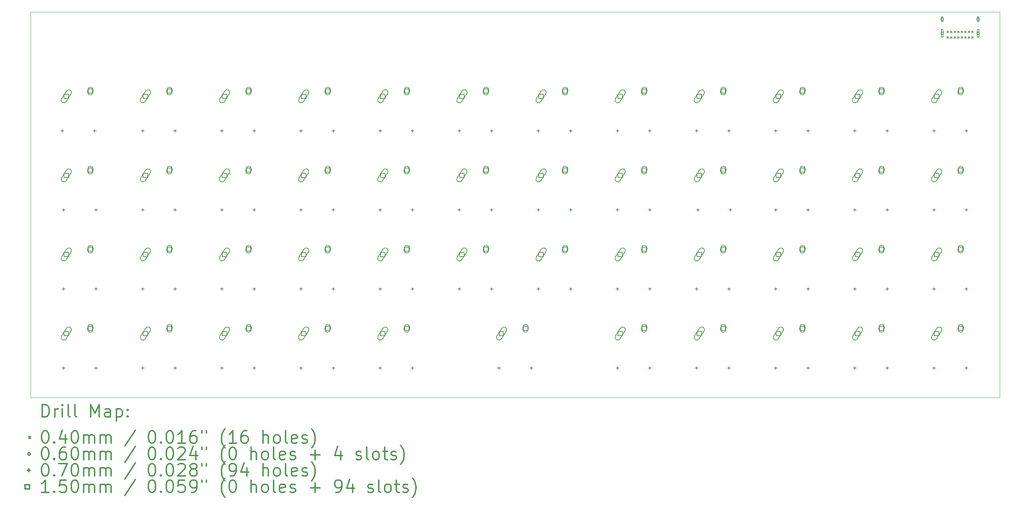
<source format=gbr>
%FSLAX45Y45*%
G04 Gerber Fmt 4.5, Leading zero omitted, Abs format (unit mm)*
G04 Created by KiCad (PCBNEW (5.1.0)-1) date 2020-08-27 01:01:52*
%MOMM*%
%LPD*%
G04 APERTURE LIST*
%ADD10C,0.050000*%
%ADD11C,0.200000*%
%ADD12C,0.300000*%
G04 APERTURE END LIST*
D10*
X25003125Y-12858750D02*
X25003125Y-4286250D01*
X1666875Y-12858750D02*
X25003125Y-12858750D01*
X25003125Y-3571875D02*
X1666875Y-3571875D01*
X25003125Y-4286250D02*
X25003125Y-3571875D01*
X1666875Y-12620625D02*
X1666875Y-12858750D01*
X1666875Y-3571875D02*
X1666875Y-12620625D01*
D11*
X23733125Y-4029375D02*
X23773125Y-4069375D01*
X23773125Y-4029375D02*
X23733125Y-4069375D01*
X23733125Y-4161875D02*
X23773125Y-4201875D01*
X23773125Y-4161875D02*
X23733125Y-4201875D01*
X23818125Y-4161875D02*
X23858125Y-4201875D01*
X23858125Y-4161875D02*
X23818125Y-4201875D01*
X23818625Y-4029375D02*
X23858625Y-4069375D01*
X23858625Y-4029375D02*
X23818625Y-4069375D01*
X23903125Y-4161875D02*
X23943125Y-4201875D01*
X23943125Y-4161875D02*
X23903125Y-4201875D01*
X23903625Y-4029375D02*
X23943625Y-4069375D01*
X23943625Y-4029375D02*
X23903625Y-4069375D01*
X23988125Y-4161875D02*
X24028125Y-4201875D01*
X24028125Y-4161875D02*
X23988125Y-4201875D01*
X23988625Y-4029375D02*
X24028625Y-4069375D01*
X24028625Y-4029375D02*
X23988625Y-4069375D01*
X24073125Y-4161875D02*
X24113125Y-4201875D01*
X24113125Y-4161875D02*
X24073125Y-4201875D01*
X24073625Y-4029375D02*
X24113625Y-4069375D01*
X24113625Y-4029375D02*
X24073625Y-4069375D01*
X24158125Y-4161875D02*
X24198125Y-4201875D01*
X24198125Y-4161875D02*
X24158125Y-4201875D01*
X24158625Y-4029375D02*
X24198625Y-4069375D01*
X24198625Y-4029375D02*
X24158625Y-4069375D01*
X24243125Y-4161875D02*
X24283125Y-4201875D01*
X24283125Y-4161875D02*
X24243125Y-4201875D01*
X24243625Y-4029375D02*
X24283625Y-4069375D01*
X24283625Y-4029375D02*
X24243625Y-4069375D01*
X24328125Y-4161875D02*
X24368125Y-4201875D01*
X24368125Y-4161875D02*
X24328125Y-4201875D01*
X24328625Y-4029375D02*
X24368625Y-4069375D01*
X24368625Y-4029375D02*
X24328625Y-4069375D01*
X23648125Y-3745875D02*
G75*
G03X23648125Y-3745875I-30000J0D01*
G01*
X23598125Y-3705875D02*
X23598125Y-3785875D01*
X23638125Y-3705875D02*
X23638125Y-3785875D01*
X23598125Y-3785875D02*
G75*
G03X23638125Y-3785875I20000J0D01*
G01*
X23638125Y-3705875D02*
G75*
G03X23598125Y-3705875I-20000J0D01*
G01*
X23648125Y-4083875D02*
G75*
G03X23648125Y-4083875I-30000J0D01*
G01*
X23598125Y-4008875D02*
X23598125Y-4158875D01*
X23638125Y-4008875D02*
X23638125Y-4158875D01*
X23598125Y-4158875D02*
G75*
G03X23638125Y-4158875I20000J0D01*
G01*
X23638125Y-4008875D02*
G75*
G03X23598125Y-4008875I-20000J0D01*
G01*
X24513125Y-3745875D02*
G75*
G03X24513125Y-3745875I-30000J0D01*
G01*
X24463125Y-3705875D02*
X24463125Y-3785875D01*
X24503125Y-3705875D02*
X24503125Y-3785875D01*
X24463125Y-3785875D02*
G75*
G03X24503125Y-3785875I20000J0D01*
G01*
X24503125Y-3705875D02*
G75*
G03X24463125Y-3705875I-20000J0D01*
G01*
X24513125Y-4083875D02*
G75*
G03X24513125Y-4083875I-30000J0D01*
G01*
X24463125Y-4008875D02*
X24463125Y-4158875D01*
X24503125Y-4008875D02*
X24503125Y-4158875D01*
X24463125Y-4158875D02*
G75*
G03X24503125Y-4158875I20000J0D01*
G01*
X24503125Y-4008875D02*
G75*
G03X24463125Y-4008875I-20000J0D01*
G01*
X4372500Y-6394375D02*
X4372500Y-6464375D01*
X4337500Y-6429375D02*
X4407500Y-6429375D01*
X5152500Y-6394375D02*
X5152500Y-6464375D01*
X5117500Y-6429375D02*
X5187500Y-6429375D01*
X2467500Y-10204375D02*
X2467500Y-10274375D01*
X2432500Y-10239375D02*
X2502500Y-10239375D01*
X3247500Y-10204375D02*
X3247500Y-10274375D01*
X3212500Y-10239375D02*
X3282500Y-10239375D01*
X15802500Y-12109375D02*
X15802500Y-12179375D01*
X15767500Y-12144375D02*
X15837500Y-12144375D01*
X16582500Y-12109375D02*
X16582500Y-12179375D01*
X16547500Y-12144375D02*
X16617500Y-12144375D01*
X19612500Y-10204375D02*
X19612500Y-10274375D01*
X19577500Y-10239375D02*
X19647500Y-10239375D01*
X20392500Y-10204375D02*
X20392500Y-10274375D01*
X20357500Y-10239375D02*
X20427500Y-10239375D01*
X13897500Y-8299375D02*
X13897500Y-8369375D01*
X13862500Y-8334375D02*
X13932500Y-8334375D01*
X14677500Y-8299375D02*
X14677500Y-8369375D01*
X14642500Y-8334375D02*
X14712500Y-8334375D01*
X2467500Y-12109375D02*
X2467500Y-12179375D01*
X2432500Y-12144375D02*
X2502500Y-12144375D01*
X3247500Y-12109375D02*
X3247500Y-12179375D01*
X3212500Y-12144375D02*
X3282500Y-12144375D01*
X15802500Y-6394375D02*
X15802500Y-6464375D01*
X15767500Y-6429375D02*
X15837500Y-6429375D01*
X16582500Y-6394375D02*
X16582500Y-6464375D01*
X16547500Y-6429375D02*
X16617500Y-6429375D01*
X19612500Y-8299375D02*
X19612500Y-8369375D01*
X19577500Y-8334375D02*
X19647500Y-8334375D01*
X20392500Y-8299375D02*
X20392500Y-8369375D01*
X20357500Y-8334375D02*
X20427500Y-8334375D01*
X19612500Y-6394375D02*
X19612500Y-6464375D01*
X19577500Y-6429375D02*
X19647500Y-6429375D01*
X20392500Y-6394375D02*
X20392500Y-6464375D01*
X20357500Y-6429375D02*
X20427500Y-6429375D01*
X8182500Y-10204375D02*
X8182500Y-10274375D01*
X8147500Y-10239375D02*
X8217500Y-10239375D01*
X8962500Y-10204375D02*
X8962500Y-10274375D01*
X8927500Y-10239375D02*
X8997500Y-10239375D01*
X23422500Y-6394375D02*
X23422500Y-6464375D01*
X23387500Y-6429375D02*
X23457500Y-6429375D01*
X24202500Y-6394375D02*
X24202500Y-6464375D01*
X24167500Y-6429375D02*
X24237500Y-6429375D01*
X15802500Y-8299375D02*
X15802500Y-8369375D01*
X15767500Y-8334375D02*
X15837500Y-8334375D01*
X16582500Y-8299375D02*
X16582500Y-8369375D01*
X16547500Y-8334375D02*
X16617500Y-8334375D01*
X10087500Y-8299375D02*
X10087500Y-8369375D01*
X10052500Y-8334375D02*
X10122500Y-8334375D01*
X10867500Y-8299375D02*
X10867500Y-8369375D01*
X10832500Y-8334375D02*
X10902500Y-8334375D01*
X13897500Y-10204375D02*
X13897500Y-10274375D01*
X13862500Y-10239375D02*
X13932500Y-10239375D01*
X14677500Y-10204375D02*
X14677500Y-10274375D01*
X14642500Y-10239375D02*
X14712500Y-10239375D01*
X15802500Y-10204375D02*
X15802500Y-10274375D01*
X15767500Y-10239375D02*
X15837500Y-10239375D01*
X16582500Y-10204375D02*
X16582500Y-10274375D01*
X16547500Y-10239375D02*
X16617500Y-10239375D01*
X11992500Y-6394375D02*
X11992500Y-6464375D01*
X11957500Y-6429375D02*
X12027500Y-6429375D01*
X12772500Y-6394375D02*
X12772500Y-6464375D01*
X12737500Y-6429375D02*
X12807500Y-6429375D01*
X8182500Y-6394375D02*
X8182500Y-6464375D01*
X8147500Y-6429375D02*
X8217500Y-6429375D01*
X8962500Y-6394375D02*
X8962500Y-6464375D01*
X8927500Y-6429375D02*
X8997500Y-6429375D01*
X23422500Y-8299375D02*
X23422500Y-8369375D01*
X23387500Y-8334375D02*
X23457500Y-8334375D01*
X24202500Y-8299375D02*
X24202500Y-8369375D01*
X24167500Y-8334375D02*
X24237500Y-8334375D01*
X19612500Y-12109375D02*
X19612500Y-12179375D01*
X19577500Y-12144375D02*
X19647500Y-12144375D01*
X20392500Y-12109375D02*
X20392500Y-12179375D01*
X20357500Y-12144375D02*
X20427500Y-12144375D01*
X13897500Y-6394375D02*
X13897500Y-6464375D01*
X13862500Y-6429375D02*
X13932500Y-6429375D01*
X14677500Y-6394375D02*
X14677500Y-6464375D01*
X14642500Y-6429375D02*
X14712500Y-6429375D01*
X10087500Y-6394375D02*
X10087500Y-6464375D01*
X10052500Y-6429375D02*
X10122500Y-6429375D01*
X10867500Y-6394375D02*
X10867500Y-6464375D01*
X10832500Y-6429375D02*
X10902500Y-6429375D01*
X21517500Y-10204375D02*
X21517500Y-10274375D01*
X21482500Y-10239375D02*
X21552500Y-10239375D01*
X22297500Y-10204375D02*
X22297500Y-10274375D01*
X22262500Y-10239375D02*
X22332500Y-10239375D01*
X10087500Y-12109375D02*
X10087500Y-12179375D01*
X10052500Y-12144375D02*
X10122500Y-12144375D01*
X10867500Y-12109375D02*
X10867500Y-12179375D01*
X10832500Y-12144375D02*
X10902500Y-12144375D01*
X21517500Y-8299375D02*
X21517500Y-8369375D01*
X21482500Y-8334375D02*
X21552500Y-8334375D01*
X22297500Y-8299375D02*
X22297500Y-8369375D01*
X22262500Y-8334375D02*
X22332500Y-8334375D01*
X6277500Y-12109375D02*
X6277500Y-12179375D01*
X6242500Y-12144375D02*
X6312500Y-12144375D01*
X7057500Y-12109375D02*
X7057500Y-12179375D01*
X7022500Y-12144375D02*
X7092500Y-12144375D01*
X11992500Y-8299375D02*
X11992500Y-8369375D01*
X11957500Y-8334375D02*
X12027500Y-8334375D01*
X12772500Y-8299375D02*
X12772500Y-8369375D01*
X12737500Y-8334375D02*
X12807500Y-8334375D01*
X21517500Y-12109375D02*
X21517500Y-12179375D01*
X21482500Y-12144375D02*
X21552500Y-12144375D01*
X22297500Y-12109375D02*
X22297500Y-12179375D01*
X22262500Y-12144375D02*
X22332500Y-12144375D01*
X2435625Y-6394375D02*
X2435625Y-6464375D01*
X2400625Y-6429375D02*
X2470625Y-6429375D01*
X3215625Y-6394375D02*
X3215625Y-6464375D01*
X3180625Y-6429375D02*
X3250625Y-6429375D01*
X2467500Y-8299375D02*
X2467500Y-8369375D01*
X2432500Y-8334375D02*
X2502500Y-8334375D01*
X3247500Y-8299375D02*
X3247500Y-8369375D01*
X3212500Y-8334375D02*
X3282500Y-8334375D01*
X4372500Y-10204375D02*
X4372500Y-10274375D01*
X4337500Y-10239375D02*
X4407500Y-10239375D01*
X5152500Y-10204375D02*
X5152500Y-10274375D01*
X5117500Y-10239375D02*
X5187500Y-10239375D01*
X8182500Y-8299375D02*
X8182500Y-8369375D01*
X8147500Y-8334375D02*
X8217500Y-8334375D01*
X8962500Y-8299375D02*
X8962500Y-8369375D01*
X8927500Y-8334375D02*
X8997500Y-8334375D01*
X4372500Y-12109375D02*
X4372500Y-12179375D01*
X4337500Y-12144375D02*
X4407500Y-12144375D01*
X5152500Y-12109375D02*
X5152500Y-12179375D01*
X5117500Y-12144375D02*
X5187500Y-12144375D01*
X17739375Y-8299375D02*
X17739375Y-8369375D01*
X17704375Y-8334375D02*
X17774375Y-8334375D01*
X18519375Y-8299375D02*
X18519375Y-8369375D01*
X18484375Y-8334375D02*
X18554375Y-8334375D01*
X23422500Y-10204375D02*
X23422500Y-10274375D01*
X23387500Y-10239375D02*
X23457500Y-10239375D01*
X24202500Y-10204375D02*
X24202500Y-10274375D01*
X24167500Y-10239375D02*
X24237500Y-10239375D01*
X17707500Y-10204375D02*
X17707500Y-10274375D01*
X17672500Y-10239375D02*
X17742500Y-10239375D01*
X18487500Y-10204375D02*
X18487500Y-10274375D01*
X18452500Y-10239375D02*
X18522500Y-10239375D01*
X8182500Y-12109375D02*
X8182500Y-12179375D01*
X8147500Y-12144375D02*
X8217500Y-12144375D01*
X8962500Y-12109375D02*
X8962500Y-12179375D01*
X8927500Y-12144375D02*
X8997500Y-12144375D01*
X17707500Y-6394375D02*
X17707500Y-6464375D01*
X17672500Y-6429375D02*
X17742500Y-6429375D01*
X18487500Y-6394375D02*
X18487500Y-6464375D01*
X18452500Y-6429375D02*
X18522500Y-6429375D01*
X23422500Y-12109375D02*
X23422500Y-12179375D01*
X23387500Y-12144375D02*
X23457500Y-12144375D01*
X24202500Y-12109375D02*
X24202500Y-12179375D01*
X24167500Y-12144375D02*
X24237500Y-12144375D01*
X21517500Y-6394375D02*
X21517500Y-6464375D01*
X21482500Y-6429375D02*
X21552500Y-6429375D01*
X22297500Y-6394375D02*
X22297500Y-6464375D01*
X22262500Y-6429375D02*
X22332500Y-6429375D01*
X6277500Y-10204375D02*
X6277500Y-10274375D01*
X6242500Y-10239375D02*
X6312500Y-10239375D01*
X7057500Y-10204375D02*
X7057500Y-10274375D01*
X7022500Y-10239375D02*
X7092500Y-10239375D01*
X17707500Y-12109375D02*
X17707500Y-12179375D01*
X17672500Y-12144375D02*
X17742500Y-12144375D01*
X18487500Y-12109375D02*
X18487500Y-12179375D01*
X18452500Y-12144375D02*
X18522500Y-12144375D01*
X6277500Y-8299375D02*
X6277500Y-8369375D01*
X6242500Y-8334375D02*
X6312500Y-8334375D01*
X7057500Y-8299375D02*
X7057500Y-8369375D01*
X7022500Y-8334375D02*
X7092500Y-8334375D01*
X10087500Y-10204375D02*
X10087500Y-10274375D01*
X10052500Y-10239375D02*
X10122500Y-10239375D01*
X10867500Y-10204375D02*
X10867500Y-10274375D01*
X10832500Y-10239375D02*
X10902500Y-10239375D01*
X11992500Y-10204375D02*
X11992500Y-10274375D01*
X11957500Y-10239375D02*
X12027500Y-10239375D01*
X12772500Y-10204375D02*
X12772500Y-10274375D01*
X12737500Y-10239375D02*
X12807500Y-10239375D01*
X4372500Y-8299375D02*
X4372500Y-8369375D01*
X4337500Y-8334375D02*
X4407500Y-8334375D01*
X5152500Y-8299375D02*
X5152500Y-8369375D01*
X5117500Y-8334375D02*
X5187500Y-8334375D01*
X6277500Y-6394375D02*
X6277500Y-6464375D01*
X6242500Y-6429375D02*
X6312500Y-6429375D01*
X7057500Y-6394375D02*
X7057500Y-6464375D01*
X7022500Y-6429375D02*
X7092500Y-6429375D01*
X12945000Y-12109375D02*
X12945000Y-12179375D01*
X12910000Y-12144375D02*
X12980000Y-12144375D01*
X13725000Y-12109375D02*
X13725000Y-12179375D01*
X13690000Y-12144375D02*
X13760000Y-12144375D01*
X6395033Y-9464159D02*
X6395033Y-9358092D01*
X6288966Y-9358092D01*
X6288966Y-9464159D01*
X6395033Y-9464159D01*
X6347626Y-9281319D02*
X6226733Y-9471082D01*
X6457267Y-9351168D02*
X6336374Y-9540931D01*
X6226733Y-9471082D02*
G75*
G03X6336374Y-9540931I54820J-34925D01*
G01*
X6457267Y-9351168D02*
G75*
G03X6347626Y-9281319I-54820J34925D01*
G01*
X6972533Y-9337159D02*
X6972533Y-9231092D01*
X6866466Y-9231092D01*
X6866466Y-9337159D01*
X6972533Y-9337159D01*
X6856623Y-9250771D02*
X6852678Y-9308637D01*
X6986322Y-9259613D02*
X6982377Y-9317479D01*
X6852678Y-9308637D02*
G75*
G03X6982377Y-9317479I64850J-4421D01*
G01*
X6986322Y-9259613D02*
G75*
G03X6856623Y-9250771I-64850J4421D01*
G01*
X17825034Y-11369158D02*
X17825034Y-11263091D01*
X17718967Y-11263091D01*
X17718967Y-11369158D01*
X17825034Y-11369158D01*
X17777626Y-11186319D02*
X17656733Y-11376082D01*
X17887267Y-11256168D02*
X17766374Y-11445931D01*
X17656733Y-11376082D02*
G75*
G03X17766374Y-11445931I54820J-34925D01*
G01*
X17887267Y-11256168D02*
G75*
G03X17777626Y-11186319I-54820J34925D01*
G01*
X18402534Y-11242158D02*
X18402534Y-11136092D01*
X18296467Y-11136092D01*
X18296467Y-11242158D01*
X18402534Y-11242158D01*
X18286623Y-11155771D02*
X18282678Y-11213637D01*
X18416322Y-11164613D02*
X18412377Y-11222479D01*
X18282678Y-11213637D02*
G75*
G03X18412377Y-11222479I64850J-4421D01*
G01*
X18416322Y-11164613D02*
G75*
G03X18286623Y-11155771I-64850J4421D01*
G01*
X23540033Y-7559158D02*
X23540033Y-7453091D01*
X23433966Y-7453091D01*
X23433966Y-7559158D01*
X23540033Y-7559158D01*
X23492626Y-7376319D02*
X23371733Y-7566082D01*
X23602267Y-7446168D02*
X23481374Y-7635931D01*
X23371733Y-7566082D02*
G75*
G03X23481374Y-7635931I54820J-34925D01*
G01*
X23602267Y-7446168D02*
G75*
G03X23492626Y-7376319I-54820J34925D01*
G01*
X24117533Y-7432158D02*
X24117533Y-7326091D01*
X24011466Y-7326091D01*
X24011466Y-7432158D01*
X24117533Y-7432158D01*
X24001623Y-7345771D02*
X23997678Y-7403637D01*
X24131322Y-7354613D02*
X24127377Y-7412479D01*
X23997678Y-7403637D02*
G75*
G03X24127377Y-7412479I64850J-4421D01*
G01*
X24131322Y-7354613D02*
G75*
G03X24001623Y-7345771I-64850J4421D01*
G01*
X12110033Y-9464159D02*
X12110033Y-9358092D01*
X12003966Y-9358092D01*
X12003966Y-9464159D01*
X12110033Y-9464159D01*
X12062626Y-9281319D02*
X11941733Y-9471082D01*
X12172267Y-9351168D02*
X12051374Y-9540931D01*
X11941733Y-9471082D02*
G75*
G03X12051374Y-9540931I54820J-34925D01*
G01*
X12172267Y-9351168D02*
G75*
G03X12062626Y-9281319I-54820J34925D01*
G01*
X12687533Y-9337159D02*
X12687533Y-9231092D01*
X12581466Y-9231092D01*
X12581466Y-9337159D01*
X12687533Y-9337159D01*
X12571623Y-9250771D02*
X12567678Y-9308637D01*
X12701322Y-9259613D02*
X12697377Y-9317479D01*
X12567678Y-9308637D02*
G75*
G03X12697377Y-9317479I64850J-4421D01*
G01*
X12701322Y-9259613D02*
G75*
G03X12571623Y-9250771I-64850J4421D01*
G01*
X4490034Y-11369158D02*
X4490034Y-11263091D01*
X4383967Y-11263091D01*
X4383967Y-11369158D01*
X4490034Y-11369158D01*
X4442626Y-11186319D02*
X4321733Y-11376082D01*
X4552267Y-11256168D02*
X4431374Y-11445931D01*
X4321733Y-11376082D02*
G75*
G03X4431374Y-11445931I54820J-34925D01*
G01*
X4552267Y-11256168D02*
G75*
G03X4442626Y-11186319I-54820J34925D01*
G01*
X5067534Y-11242158D02*
X5067534Y-11136092D01*
X4961467Y-11136092D01*
X4961467Y-11242158D01*
X5067534Y-11242158D01*
X4951623Y-11155771D02*
X4947678Y-11213637D01*
X5081322Y-11164613D02*
X5077377Y-11222479D01*
X4947678Y-11213637D02*
G75*
G03X5077377Y-11222479I64850J-4421D01*
G01*
X5081322Y-11164613D02*
G75*
G03X4951623Y-11155771I-64850J4421D01*
G01*
X19730034Y-5654158D02*
X19730034Y-5548092D01*
X19623967Y-5548092D01*
X19623967Y-5654158D01*
X19730034Y-5654158D01*
X19682626Y-5471319D02*
X19561733Y-5661082D01*
X19792267Y-5541168D02*
X19671374Y-5730931D01*
X19561733Y-5661082D02*
G75*
G03X19671374Y-5730931I54820J-34925D01*
G01*
X19792267Y-5541168D02*
G75*
G03X19682626Y-5471319I-54820J34925D01*
G01*
X20307534Y-5527159D02*
X20307534Y-5421092D01*
X20201467Y-5421092D01*
X20201467Y-5527159D01*
X20307534Y-5527159D01*
X20191623Y-5440771D02*
X20187678Y-5498637D01*
X20321322Y-5449613D02*
X20317377Y-5507479D01*
X20187678Y-5498637D02*
G75*
G03X20317377Y-5507479I64850J-4421D01*
G01*
X20321322Y-5449613D02*
G75*
G03X20191623Y-5440771I-64850J4421D01*
G01*
X10205034Y-9464159D02*
X10205034Y-9358092D01*
X10098967Y-9358092D01*
X10098967Y-9464159D01*
X10205034Y-9464159D01*
X10157626Y-9281319D02*
X10036733Y-9471082D01*
X10267267Y-9351168D02*
X10146374Y-9540931D01*
X10036733Y-9471082D02*
G75*
G03X10146374Y-9540931I54820J-34925D01*
G01*
X10267267Y-9351168D02*
G75*
G03X10157626Y-9281319I-54820J34925D01*
G01*
X10782534Y-9337159D02*
X10782534Y-9231092D01*
X10676467Y-9231092D01*
X10676467Y-9337159D01*
X10782534Y-9337159D01*
X10666623Y-9250771D02*
X10662678Y-9308637D01*
X10796322Y-9259613D02*
X10792377Y-9317479D01*
X10662678Y-9308637D02*
G75*
G03X10792377Y-9317479I64850J-4421D01*
G01*
X10796322Y-9259613D02*
G75*
G03X10666623Y-9250771I-64850J4421D01*
G01*
X2585034Y-5654158D02*
X2585034Y-5548092D01*
X2478967Y-5548092D01*
X2478967Y-5654158D01*
X2585034Y-5654158D01*
X2537626Y-5471319D02*
X2416733Y-5661082D01*
X2647267Y-5541168D02*
X2526374Y-5730931D01*
X2416733Y-5661082D02*
G75*
G03X2526374Y-5730931I54820J-34925D01*
G01*
X2647267Y-5541168D02*
G75*
G03X2537626Y-5471319I-54820J34925D01*
G01*
X3162533Y-5527159D02*
X3162533Y-5421092D01*
X3056466Y-5421092D01*
X3056466Y-5527159D01*
X3162533Y-5527159D01*
X3046623Y-5440771D02*
X3042678Y-5498637D01*
X3176322Y-5449613D02*
X3172377Y-5507479D01*
X3042678Y-5498637D02*
G75*
G03X3172377Y-5507479I64850J-4421D01*
G01*
X3176322Y-5449613D02*
G75*
G03X3046623Y-5440771I-64850J4421D01*
G01*
X2585034Y-7559158D02*
X2585034Y-7453091D01*
X2478967Y-7453091D01*
X2478967Y-7559158D01*
X2585034Y-7559158D01*
X2537626Y-7376319D02*
X2416733Y-7566082D01*
X2647267Y-7446168D02*
X2526374Y-7635931D01*
X2416733Y-7566082D02*
G75*
G03X2526374Y-7635931I54820J-34925D01*
G01*
X2647267Y-7446168D02*
G75*
G03X2537626Y-7376319I-54820J34925D01*
G01*
X3162533Y-7432158D02*
X3162533Y-7326091D01*
X3056466Y-7326091D01*
X3056466Y-7432158D01*
X3162533Y-7432158D01*
X3046623Y-7345771D02*
X3042678Y-7403637D01*
X3176322Y-7354613D02*
X3172377Y-7412479D01*
X3042678Y-7403637D02*
G75*
G03X3172377Y-7412479I64850J-4421D01*
G01*
X3176322Y-7354613D02*
G75*
G03X3046623Y-7345771I-64850J4421D01*
G01*
X8300033Y-11369158D02*
X8300033Y-11263091D01*
X8193966Y-11263091D01*
X8193966Y-11369158D01*
X8300033Y-11369158D01*
X8252626Y-11186319D02*
X8131733Y-11376082D01*
X8362267Y-11256168D02*
X8241374Y-11445931D01*
X8131733Y-11376082D02*
G75*
G03X8241374Y-11445931I54820J-34925D01*
G01*
X8362267Y-11256168D02*
G75*
G03X8252626Y-11186319I-54820J34925D01*
G01*
X8877534Y-11242158D02*
X8877534Y-11136092D01*
X8771467Y-11136092D01*
X8771467Y-11242158D01*
X8877534Y-11242158D01*
X8761623Y-11155771D02*
X8757678Y-11213637D01*
X8891322Y-11164613D02*
X8887377Y-11222479D01*
X8757678Y-11213637D02*
G75*
G03X8887377Y-11222479I64850J-4421D01*
G01*
X8891322Y-11164613D02*
G75*
G03X8761623Y-11155771I-64850J4421D01*
G01*
X10205034Y-5654158D02*
X10205034Y-5548092D01*
X10098967Y-5548092D01*
X10098967Y-5654158D01*
X10205034Y-5654158D01*
X10157626Y-5471319D02*
X10036733Y-5661082D01*
X10267267Y-5541168D02*
X10146374Y-5730931D01*
X10036733Y-5661082D02*
G75*
G03X10146374Y-5730931I54820J-34925D01*
G01*
X10267267Y-5541168D02*
G75*
G03X10157626Y-5471319I-54820J34925D01*
G01*
X10782534Y-5527159D02*
X10782534Y-5421092D01*
X10676467Y-5421092D01*
X10676467Y-5527159D01*
X10782534Y-5527159D01*
X10666623Y-5440771D02*
X10662678Y-5498637D01*
X10796322Y-5449613D02*
X10792377Y-5507479D01*
X10662678Y-5498637D02*
G75*
G03X10792377Y-5507479I64850J-4421D01*
G01*
X10796322Y-5449613D02*
G75*
G03X10666623Y-5440771I-64850J4421D01*
G01*
X10205034Y-7559158D02*
X10205034Y-7453091D01*
X10098967Y-7453091D01*
X10098967Y-7559158D01*
X10205034Y-7559158D01*
X10157626Y-7376319D02*
X10036733Y-7566082D01*
X10267267Y-7446168D02*
X10146374Y-7635931D01*
X10036733Y-7566082D02*
G75*
G03X10146374Y-7635931I54820J-34925D01*
G01*
X10267267Y-7446168D02*
G75*
G03X10157626Y-7376319I-54820J34925D01*
G01*
X10782534Y-7432158D02*
X10782534Y-7326091D01*
X10676467Y-7326091D01*
X10676467Y-7432158D01*
X10782534Y-7432158D01*
X10666623Y-7345771D02*
X10662678Y-7403637D01*
X10796322Y-7354613D02*
X10792377Y-7412479D01*
X10662678Y-7403637D02*
G75*
G03X10792377Y-7412479I64850J-4421D01*
G01*
X10796322Y-7354613D02*
G75*
G03X10666623Y-7345771I-64850J4421D01*
G01*
X13062533Y-11369158D02*
X13062533Y-11263091D01*
X12956466Y-11263091D01*
X12956466Y-11369158D01*
X13062533Y-11369158D01*
X13015126Y-11186319D02*
X12894233Y-11376082D01*
X13124767Y-11256168D02*
X13003874Y-11445931D01*
X12894233Y-11376082D02*
G75*
G03X13003874Y-11445931I54820J-34925D01*
G01*
X13124767Y-11256168D02*
G75*
G03X13015126Y-11186319I-54820J34925D01*
G01*
X13640033Y-11242158D02*
X13640033Y-11136092D01*
X13533966Y-11136092D01*
X13533966Y-11242158D01*
X13640033Y-11242158D01*
X13524123Y-11155771D02*
X13520178Y-11213637D01*
X13653822Y-11164613D02*
X13649877Y-11222479D01*
X13520178Y-11213637D02*
G75*
G03X13649877Y-11222479I64850J-4421D01*
G01*
X13653822Y-11164613D02*
G75*
G03X13524123Y-11155771I-64850J4421D01*
G01*
X15920033Y-7559158D02*
X15920033Y-7453091D01*
X15813966Y-7453091D01*
X15813966Y-7559158D01*
X15920033Y-7559158D01*
X15872626Y-7376319D02*
X15751733Y-7566082D01*
X15982267Y-7446168D02*
X15861374Y-7635931D01*
X15751733Y-7566082D02*
G75*
G03X15861374Y-7635931I54820J-34925D01*
G01*
X15982267Y-7446168D02*
G75*
G03X15872626Y-7376319I-54820J34925D01*
G01*
X16497533Y-7432158D02*
X16497533Y-7326091D01*
X16391466Y-7326091D01*
X16391466Y-7432158D01*
X16497533Y-7432158D01*
X16381623Y-7345771D02*
X16377678Y-7403637D01*
X16511322Y-7354613D02*
X16507377Y-7412479D01*
X16377678Y-7403637D02*
G75*
G03X16507377Y-7412479I64850J-4421D01*
G01*
X16511322Y-7354613D02*
G75*
G03X16381623Y-7345771I-64850J4421D01*
G01*
X12110033Y-5654158D02*
X12110033Y-5548092D01*
X12003966Y-5548092D01*
X12003966Y-5654158D01*
X12110033Y-5654158D01*
X12062626Y-5471319D02*
X11941733Y-5661082D01*
X12172267Y-5541168D02*
X12051374Y-5730931D01*
X11941733Y-5661082D02*
G75*
G03X12051374Y-5730931I54820J-34925D01*
G01*
X12172267Y-5541168D02*
G75*
G03X12062626Y-5471319I-54820J34925D01*
G01*
X12687533Y-5527159D02*
X12687533Y-5421092D01*
X12581466Y-5421092D01*
X12581466Y-5527159D01*
X12687533Y-5527159D01*
X12571623Y-5440771D02*
X12567678Y-5498637D01*
X12701322Y-5449613D02*
X12697377Y-5507479D01*
X12567678Y-5498637D02*
G75*
G03X12697377Y-5507479I64850J-4421D01*
G01*
X12701322Y-5449613D02*
G75*
G03X12571623Y-5440771I-64850J4421D01*
G01*
X17825034Y-7559158D02*
X17825034Y-7453091D01*
X17718967Y-7453091D01*
X17718967Y-7559158D01*
X17825034Y-7559158D01*
X17777626Y-7376319D02*
X17656733Y-7566082D01*
X17887267Y-7446168D02*
X17766374Y-7635931D01*
X17656733Y-7566082D02*
G75*
G03X17766374Y-7635931I54820J-34925D01*
G01*
X17887267Y-7446168D02*
G75*
G03X17777626Y-7376319I-54820J34925D01*
G01*
X18402534Y-7432158D02*
X18402534Y-7326091D01*
X18296467Y-7326091D01*
X18296467Y-7432158D01*
X18402534Y-7432158D01*
X18286623Y-7345771D02*
X18282678Y-7403637D01*
X18416322Y-7354613D02*
X18412377Y-7412479D01*
X18282678Y-7403637D02*
G75*
G03X18412377Y-7412479I64850J-4421D01*
G01*
X18416322Y-7354613D02*
G75*
G03X18286623Y-7345771I-64850J4421D01*
G01*
X4490034Y-9464159D02*
X4490034Y-9358092D01*
X4383967Y-9358092D01*
X4383967Y-9464159D01*
X4490034Y-9464159D01*
X4442626Y-9281319D02*
X4321733Y-9471082D01*
X4552267Y-9351168D02*
X4431374Y-9540931D01*
X4321733Y-9471082D02*
G75*
G03X4431374Y-9540931I54820J-34925D01*
G01*
X4552267Y-9351168D02*
G75*
G03X4442626Y-9281319I-54820J34925D01*
G01*
X5067534Y-9337159D02*
X5067534Y-9231092D01*
X4961467Y-9231092D01*
X4961467Y-9337159D01*
X5067534Y-9337159D01*
X4951623Y-9250771D02*
X4947678Y-9308637D01*
X5081322Y-9259613D02*
X5077377Y-9317479D01*
X4947678Y-9308637D02*
G75*
G03X5077377Y-9317479I64850J-4421D01*
G01*
X5081322Y-9259613D02*
G75*
G03X4951623Y-9250771I-64850J4421D01*
G01*
X21635034Y-9464159D02*
X21635034Y-9358092D01*
X21528967Y-9358092D01*
X21528967Y-9464159D01*
X21635034Y-9464159D01*
X21587626Y-9281319D02*
X21466733Y-9471082D01*
X21697267Y-9351168D02*
X21576374Y-9540931D01*
X21466733Y-9471082D02*
G75*
G03X21576374Y-9540931I54820J-34925D01*
G01*
X21697267Y-9351168D02*
G75*
G03X21587626Y-9281319I-54820J34925D01*
G01*
X22212534Y-9337159D02*
X22212534Y-9231092D01*
X22106467Y-9231092D01*
X22106467Y-9337159D01*
X22212534Y-9337159D01*
X22096623Y-9250771D02*
X22092678Y-9308637D01*
X22226322Y-9259613D02*
X22222377Y-9317479D01*
X22092678Y-9308637D02*
G75*
G03X22222377Y-9317479I64850J-4421D01*
G01*
X22226322Y-9259613D02*
G75*
G03X22096623Y-9250771I-64850J4421D01*
G01*
X14015033Y-9464159D02*
X14015033Y-9358092D01*
X13908966Y-9358092D01*
X13908966Y-9464159D01*
X14015033Y-9464159D01*
X13967626Y-9281319D02*
X13846733Y-9471082D01*
X14077267Y-9351168D02*
X13956374Y-9540931D01*
X13846733Y-9471082D02*
G75*
G03X13956374Y-9540931I54820J-34925D01*
G01*
X14077267Y-9351168D02*
G75*
G03X13967626Y-9281319I-54820J34925D01*
G01*
X14592533Y-9337159D02*
X14592533Y-9231092D01*
X14486466Y-9231092D01*
X14486466Y-9337159D01*
X14592533Y-9337159D01*
X14476623Y-9250771D02*
X14472678Y-9308637D01*
X14606322Y-9259613D02*
X14602377Y-9317479D01*
X14472678Y-9308637D02*
G75*
G03X14602377Y-9317479I64850J-4421D01*
G01*
X14606322Y-9259613D02*
G75*
G03X14476623Y-9250771I-64850J4421D01*
G01*
X21635034Y-5654158D02*
X21635034Y-5548092D01*
X21528967Y-5548092D01*
X21528967Y-5654158D01*
X21635034Y-5654158D01*
X21587626Y-5471319D02*
X21466733Y-5661082D01*
X21697267Y-5541168D02*
X21576374Y-5730931D01*
X21466733Y-5661082D02*
G75*
G03X21576374Y-5730931I54820J-34925D01*
G01*
X21697267Y-5541168D02*
G75*
G03X21587626Y-5471319I-54820J34925D01*
G01*
X22212534Y-5527159D02*
X22212534Y-5421092D01*
X22106467Y-5421092D01*
X22106467Y-5527159D01*
X22212534Y-5527159D01*
X22096623Y-5440771D02*
X22092678Y-5498637D01*
X22226322Y-5449613D02*
X22222377Y-5507479D01*
X22092678Y-5498637D02*
G75*
G03X22222377Y-5507479I64850J-4421D01*
G01*
X22226322Y-5449613D02*
G75*
G03X22096623Y-5440771I-64850J4421D01*
G01*
X15920033Y-9464159D02*
X15920033Y-9358092D01*
X15813966Y-9358092D01*
X15813966Y-9464159D01*
X15920033Y-9464159D01*
X15872626Y-9281319D02*
X15751733Y-9471082D01*
X15982267Y-9351168D02*
X15861374Y-9540931D01*
X15751733Y-9471082D02*
G75*
G03X15861374Y-9540931I54820J-34925D01*
G01*
X15982267Y-9351168D02*
G75*
G03X15872626Y-9281319I-54820J34925D01*
G01*
X16497533Y-9337159D02*
X16497533Y-9231092D01*
X16391466Y-9231092D01*
X16391466Y-9337159D01*
X16497533Y-9337159D01*
X16381623Y-9250771D02*
X16377678Y-9308637D01*
X16511322Y-9259613D02*
X16507377Y-9317479D01*
X16377678Y-9308637D02*
G75*
G03X16507377Y-9317479I64850J-4421D01*
G01*
X16511322Y-9259613D02*
G75*
G03X16381623Y-9250771I-64850J4421D01*
G01*
X4490034Y-5654158D02*
X4490034Y-5548092D01*
X4383967Y-5548092D01*
X4383967Y-5654158D01*
X4490034Y-5654158D01*
X4442626Y-5471319D02*
X4321733Y-5661082D01*
X4552267Y-5541168D02*
X4431374Y-5730931D01*
X4321733Y-5661082D02*
G75*
G03X4431374Y-5730931I54820J-34925D01*
G01*
X4552267Y-5541168D02*
G75*
G03X4442626Y-5471319I-54820J34925D01*
G01*
X5067534Y-5527159D02*
X5067534Y-5421092D01*
X4961467Y-5421092D01*
X4961467Y-5527159D01*
X5067534Y-5527159D01*
X4951623Y-5440771D02*
X4947678Y-5498637D01*
X5081322Y-5449613D02*
X5077377Y-5507479D01*
X4947678Y-5498637D02*
G75*
G03X5077377Y-5507479I64850J-4421D01*
G01*
X5081322Y-5449613D02*
G75*
G03X4951623Y-5440771I-64850J4421D01*
G01*
X6395033Y-11369158D02*
X6395033Y-11263091D01*
X6288966Y-11263091D01*
X6288966Y-11369158D01*
X6395033Y-11369158D01*
X6347626Y-11186319D02*
X6226733Y-11376082D01*
X6457267Y-11256168D02*
X6336374Y-11445931D01*
X6226733Y-11376082D02*
G75*
G03X6336374Y-11445931I54820J-34925D01*
G01*
X6457267Y-11256168D02*
G75*
G03X6347626Y-11186319I-54820J34925D01*
G01*
X6972533Y-11242158D02*
X6972533Y-11136092D01*
X6866466Y-11136092D01*
X6866466Y-11242158D01*
X6972533Y-11242158D01*
X6856623Y-11155771D02*
X6852678Y-11213637D01*
X6986322Y-11164613D02*
X6982377Y-11222479D01*
X6852678Y-11213637D02*
G75*
G03X6982377Y-11222479I64850J-4421D01*
G01*
X6986322Y-11164613D02*
G75*
G03X6856623Y-11155771I-64850J4421D01*
G01*
X6395033Y-7559158D02*
X6395033Y-7453091D01*
X6288966Y-7453091D01*
X6288966Y-7559158D01*
X6395033Y-7559158D01*
X6347626Y-7376319D02*
X6226733Y-7566082D01*
X6457267Y-7446168D02*
X6336374Y-7635931D01*
X6226733Y-7566082D02*
G75*
G03X6336374Y-7635931I54820J-34925D01*
G01*
X6457267Y-7446168D02*
G75*
G03X6347626Y-7376319I-54820J34925D01*
G01*
X6972533Y-7432158D02*
X6972533Y-7326091D01*
X6866466Y-7326091D01*
X6866466Y-7432158D01*
X6972533Y-7432158D01*
X6856623Y-7345771D02*
X6852678Y-7403637D01*
X6986322Y-7354613D02*
X6982377Y-7412479D01*
X6852678Y-7403637D02*
G75*
G03X6982377Y-7412479I64850J-4421D01*
G01*
X6986322Y-7354613D02*
G75*
G03X6856623Y-7345771I-64850J4421D01*
G01*
X19730034Y-11369158D02*
X19730034Y-11263091D01*
X19623967Y-11263091D01*
X19623967Y-11369158D01*
X19730034Y-11369158D01*
X19682626Y-11186319D02*
X19561733Y-11376082D01*
X19792267Y-11256168D02*
X19671374Y-11445931D01*
X19561733Y-11376082D02*
G75*
G03X19671374Y-11445931I54820J-34925D01*
G01*
X19792267Y-11256168D02*
G75*
G03X19682626Y-11186319I-54820J34925D01*
G01*
X20307534Y-11242158D02*
X20307534Y-11136092D01*
X20201467Y-11136092D01*
X20201467Y-11242158D01*
X20307534Y-11242158D01*
X20191623Y-11155771D02*
X20187678Y-11213637D01*
X20321322Y-11164613D02*
X20317377Y-11222479D01*
X20187678Y-11213637D02*
G75*
G03X20317377Y-11222479I64850J-4421D01*
G01*
X20321322Y-11164613D02*
G75*
G03X20191623Y-11155771I-64850J4421D01*
G01*
X21635034Y-11369158D02*
X21635034Y-11263091D01*
X21528967Y-11263091D01*
X21528967Y-11369158D01*
X21635034Y-11369158D01*
X21587626Y-11186319D02*
X21466733Y-11376082D01*
X21697267Y-11256168D02*
X21576374Y-11445931D01*
X21466733Y-11376082D02*
G75*
G03X21576374Y-11445931I54820J-34925D01*
G01*
X21697267Y-11256168D02*
G75*
G03X21587626Y-11186319I-54820J34925D01*
G01*
X22212534Y-11242158D02*
X22212534Y-11136092D01*
X22106467Y-11136092D01*
X22106467Y-11242158D01*
X22212534Y-11242158D01*
X22096623Y-11155771D02*
X22092678Y-11213637D01*
X22226322Y-11164613D02*
X22222377Y-11222479D01*
X22092678Y-11213637D02*
G75*
G03X22222377Y-11222479I64850J-4421D01*
G01*
X22226322Y-11164613D02*
G75*
G03X22096623Y-11155771I-64850J4421D01*
G01*
X12110033Y-7559158D02*
X12110033Y-7453091D01*
X12003966Y-7453091D01*
X12003966Y-7559158D01*
X12110033Y-7559158D01*
X12062626Y-7376319D02*
X11941733Y-7566082D01*
X12172267Y-7446168D02*
X12051374Y-7635931D01*
X11941733Y-7566082D02*
G75*
G03X12051374Y-7635931I54820J-34925D01*
G01*
X12172267Y-7446168D02*
G75*
G03X12062626Y-7376319I-54820J34925D01*
G01*
X12687533Y-7432158D02*
X12687533Y-7326091D01*
X12581466Y-7326091D01*
X12581466Y-7432158D01*
X12687533Y-7432158D01*
X12571623Y-7345771D02*
X12567678Y-7403637D01*
X12701322Y-7354613D02*
X12697377Y-7412479D01*
X12567678Y-7403637D02*
G75*
G03X12697377Y-7412479I64850J-4421D01*
G01*
X12701322Y-7354613D02*
G75*
G03X12571623Y-7345771I-64850J4421D01*
G01*
X4490034Y-7559158D02*
X4490034Y-7453091D01*
X4383967Y-7453091D01*
X4383967Y-7559158D01*
X4490034Y-7559158D01*
X4442626Y-7376319D02*
X4321733Y-7566082D01*
X4552267Y-7446168D02*
X4431374Y-7635931D01*
X4321733Y-7566082D02*
G75*
G03X4431374Y-7635931I54820J-34925D01*
G01*
X4552267Y-7446168D02*
G75*
G03X4442626Y-7376319I-54820J34925D01*
G01*
X5067534Y-7432158D02*
X5067534Y-7326091D01*
X4961467Y-7326091D01*
X4961467Y-7432158D01*
X5067534Y-7432158D01*
X4951623Y-7345771D02*
X4947678Y-7403637D01*
X5081322Y-7354613D02*
X5077377Y-7412479D01*
X4947678Y-7403637D02*
G75*
G03X5077377Y-7412479I64850J-4421D01*
G01*
X5081322Y-7354613D02*
G75*
G03X4951623Y-7345771I-64850J4421D01*
G01*
X23540033Y-11369158D02*
X23540033Y-11263091D01*
X23433966Y-11263091D01*
X23433966Y-11369158D01*
X23540033Y-11369158D01*
X23492626Y-11186319D02*
X23371733Y-11376082D01*
X23602267Y-11256168D02*
X23481374Y-11445931D01*
X23371733Y-11376082D02*
G75*
G03X23481374Y-11445931I54820J-34925D01*
G01*
X23602267Y-11256168D02*
G75*
G03X23492626Y-11186319I-54820J34925D01*
G01*
X24117533Y-11242158D02*
X24117533Y-11136092D01*
X24011466Y-11136092D01*
X24011466Y-11242158D01*
X24117533Y-11242158D01*
X24001623Y-11155771D02*
X23997678Y-11213637D01*
X24131322Y-11164613D02*
X24127377Y-11222479D01*
X23997678Y-11213637D02*
G75*
G03X24127377Y-11222479I64850J-4421D01*
G01*
X24131322Y-11164613D02*
G75*
G03X24001623Y-11155771I-64850J4421D01*
G01*
X19730034Y-7559158D02*
X19730034Y-7453091D01*
X19623967Y-7453091D01*
X19623967Y-7559158D01*
X19730034Y-7559158D01*
X19682626Y-7376319D02*
X19561733Y-7566082D01*
X19792267Y-7446168D02*
X19671374Y-7635931D01*
X19561733Y-7566082D02*
G75*
G03X19671374Y-7635931I54820J-34925D01*
G01*
X19792267Y-7446168D02*
G75*
G03X19682626Y-7376319I-54820J34925D01*
G01*
X20307534Y-7432158D02*
X20307534Y-7326091D01*
X20201467Y-7326091D01*
X20201467Y-7432158D01*
X20307534Y-7432158D01*
X20191623Y-7345771D02*
X20187678Y-7403637D01*
X20321322Y-7354613D02*
X20317377Y-7412479D01*
X20187678Y-7403637D02*
G75*
G03X20317377Y-7412479I64850J-4421D01*
G01*
X20321322Y-7354613D02*
G75*
G03X20191623Y-7345771I-64850J4421D01*
G01*
X15920033Y-11369158D02*
X15920033Y-11263091D01*
X15813966Y-11263091D01*
X15813966Y-11369158D01*
X15920033Y-11369158D01*
X15872626Y-11186319D02*
X15751733Y-11376082D01*
X15982267Y-11256168D02*
X15861374Y-11445931D01*
X15751733Y-11376082D02*
G75*
G03X15861374Y-11445931I54820J-34925D01*
G01*
X15982267Y-11256168D02*
G75*
G03X15872626Y-11186319I-54820J34925D01*
G01*
X16497533Y-11242158D02*
X16497533Y-11136092D01*
X16391466Y-11136092D01*
X16391466Y-11242158D01*
X16497533Y-11242158D01*
X16381623Y-11155771D02*
X16377678Y-11213637D01*
X16511322Y-11164613D02*
X16507377Y-11222479D01*
X16377678Y-11213637D02*
G75*
G03X16507377Y-11222479I64850J-4421D01*
G01*
X16511322Y-11164613D02*
G75*
G03X16381623Y-11155771I-64850J4421D01*
G01*
X8300033Y-9464159D02*
X8300033Y-9358092D01*
X8193966Y-9358092D01*
X8193966Y-9464159D01*
X8300033Y-9464159D01*
X8252626Y-9281319D02*
X8131733Y-9471082D01*
X8362267Y-9351168D02*
X8241374Y-9540931D01*
X8131733Y-9471082D02*
G75*
G03X8241374Y-9540931I54820J-34925D01*
G01*
X8362267Y-9351168D02*
G75*
G03X8252626Y-9281319I-54820J34925D01*
G01*
X8877534Y-9337159D02*
X8877534Y-9231092D01*
X8771467Y-9231092D01*
X8771467Y-9337159D01*
X8877534Y-9337159D01*
X8761623Y-9250771D02*
X8757678Y-9308637D01*
X8891322Y-9259613D02*
X8887377Y-9317479D01*
X8757678Y-9308637D02*
G75*
G03X8887377Y-9317479I64850J-4421D01*
G01*
X8891322Y-9259613D02*
G75*
G03X8761623Y-9250771I-64850J4421D01*
G01*
X2585034Y-9464159D02*
X2585034Y-9358092D01*
X2478967Y-9358092D01*
X2478967Y-9464159D01*
X2585034Y-9464159D01*
X2537626Y-9281319D02*
X2416733Y-9471082D01*
X2647267Y-9351168D02*
X2526374Y-9540931D01*
X2416733Y-9471082D02*
G75*
G03X2526374Y-9540931I54820J-34925D01*
G01*
X2647267Y-9351168D02*
G75*
G03X2537626Y-9281319I-54820J34925D01*
G01*
X3162533Y-9337159D02*
X3162533Y-9231092D01*
X3056466Y-9231092D01*
X3056466Y-9337159D01*
X3162533Y-9337159D01*
X3046623Y-9250771D02*
X3042678Y-9308637D01*
X3176322Y-9259613D02*
X3172377Y-9317479D01*
X3042678Y-9308637D02*
G75*
G03X3172377Y-9317479I64850J-4421D01*
G01*
X3176322Y-9259613D02*
G75*
G03X3046623Y-9250771I-64850J4421D01*
G01*
X23540033Y-9464159D02*
X23540033Y-9358092D01*
X23433966Y-9358092D01*
X23433966Y-9464159D01*
X23540033Y-9464159D01*
X23492626Y-9281319D02*
X23371733Y-9471082D01*
X23602267Y-9351168D02*
X23481374Y-9540931D01*
X23371733Y-9471082D02*
G75*
G03X23481374Y-9540931I54820J-34925D01*
G01*
X23602267Y-9351168D02*
G75*
G03X23492626Y-9281319I-54820J34925D01*
G01*
X24117533Y-9337159D02*
X24117533Y-9231092D01*
X24011466Y-9231092D01*
X24011466Y-9337159D01*
X24117533Y-9337159D01*
X24001623Y-9250771D02*
X23997678Y-9308637D01*
X24131322Y-9259613D02*
X24127377Y-9317479D01*
X23997678Y-9308637D02*
G75*
G03X24127377Y-9317479I64850J-4421D01*
G01*
X24131322Y-9259613D02*
G75*
G03X24001623Y-9250771I-64850J4421D01*
G01*
X21635034Y-7559158D02*
X21635034Y-7453091D01*
X21528967Y-7453091D01*
X21528967Y-7559158D01*
X21635034Y-7559158D01*
X21587626Y-7376319D02*
X21466733Y-7566082D01*
X21697267Y-7446168D02*
X21576374Y-7635931D01*
X21466733Y-7566082D02*
G75*
G03X21576374Y-7635931I54820J-34925D01*
G01*
X21697267Y-7446168D02*
G75*
G03X21587626Y-7376319I-54820J34925D01*
G01*
X22212534Y-7432158D02*
X22212534Y-7326091D01*
X22106467Y-7326091D01*
X22106467Y-7432158D01*
X22212534Y-7432158D01*
X22096623Y-7345771D02*
X22092678Y-7403637D01*
X22226322Y-7354613D02*
X22222377Y-7412479D01*
X22092678Y-7403637D02*
G75*
G03X22222377Y-7412479I64850J-4421D01*
G01*
X22226322Y-7354613D02*
G75*
G03X22096623Y-7345771I-64850J4421D01*
G01*
X23540033Y-5654158D02*
X23540033Y-5548092D01*
X23433966Y-5548092D01*
X23433966Y-5654158D01*
X23540033Y-5654158D01*
X23492626Y-5471319D02*
X23371733Y-5661082D01*
X23602267Y-5541168D02*
X23481374Y-5730931D01*
X23371733Y-5661082D02*
G75*
G03X23481374Y-5730931I54820J-34925D01*
G01*
X23602267Y-5541168D02*
G75*
G03X23492626Y-5471319I-54820J34925D01*
G01*
X24117533Y-5527159D02*
X24117533Y-5421092D01*
X24011466Y-5421092D01*
X24011466Y-5527159D01*
X24117533Y-5527159D01*
X24001623Y-5440771D02*
X23997678Y-5498637D01*
X24131322Y-5449613D02*
X24127377Y-5507479D01*
X23997678Y-5498637D02*
G75*
G03X24127377Y-5507479I64850J-4421D01*
G01*
X24131322Y-5449613D02*
G75*
G03X24001623Y-5440771I-64850J4421D01*
G01*
X17825034Y-9464159D02*
X17825034Y-9358092D01*
X17718967Y-9358092D01*
X17718967Y-9464159D01*
X17825034Y-9464159D01*
X17777626Y-9281319D02*
X17656733Y-9471082D01*
X17887267Y-9351168D02*
X17766374Y-9540931D01*
X17656733Y-9471082D02*
G75*
G03X17766374Y-9540931I54820J-34925D01*
G01*
X17887267Y-9351168D02*
G75*
G03X17777626Y-9281319I-54820J34925D01*
G01*
X18402534Y-9337159D02*
X18402534Y-9231092D01*
X18296467Y-9231092D01*
X18296467Y-9337159D01*
X18402534Y-9337159D01*
X18286623Y-9250771D02*
X18282678Y-9308637D01*
X18416322Y-9259613D02*
X18412377Y-9317479D01*
X18282678Y-9308637D02*
G75*
G03X18412377Y-9317479I64850J-4421D01*
G01*
X18416322Y-9259613D02*
G75*
G03X18286623Y-9250771I-64850J4421D01*
G01*
X6395033Y-5654158D02*
X6395033Y-5548092D01*
X6288966Y-5548092D01*
X6288966Y-5654158D01*
X6395033Y-5654158D01*
X6347626Y-5471319D02*
X6226733Y-5661082D01*
X6457267Y-5541168D02*
X6336374Y-5730931D01*
X6226733Y-5661082D02*
G75*
G03X6336374Y-5730931I54820J-34925D01*
G01*
X6457267Y-5541168D02*
G75*
G03X6347626Y-5471319I-54820J34925D01*
G01*
X6972533Y-5527159D02*
X6972533Y-5421092D01*
X6866466Y-5421092D01*
X6866466Y-5527159D01*
X6972533Y-5527159D01*
X6856623Y-5440771D02*
X6852678Y-5498637D01*
X6986322Y-5449613D02*
X6982377Y-5507479D01*
X6852678Y-5498637D02*
G75*
G03X6982377Y-5507479I64850J-4421D01*
G01*
X6986322Y-5449613D02*
G75*
G03X6856623Y-5440771I-64850J4421D01*
G01*
X2585034Y-11369158D02*
X2585034Y-11263091D01*
X2478967Y-11263091D01*
X2478967Y-11369158D01*
X2585034Y-11369158D01*
X2537626Y-11186319D02*
X2416733Y-11376082D01*
X2647267Y-11256168D02*
X2526374Y-11445931D01*
X2416733Y-11376082D02*
G75*
G03X2526374Y-11445931I54820J-34925D01*
G01*
X2647267Y-11256168D02*
G75*
G03X2537626Y-11186319I-54820J34925D01*
G01*
X3162533Y-11242158D02*
X3162533Y-11136092D01*
X3056466Y-11136092D01*
X3056466Y-11242158D01*
X3162533Y-11242158D01*
X3046623Y-11155771D02*
X3042678Y-11213637D01*
X3176322Y-11164613D02*
X3172377Y-11222479D01*
X3042678Y-11213637D02*
G75*
G03X3172377Y-11222479I64850J-4421D01*
G01*
X3176322Y-11164613D02*
G75*
G03X3046623Y-11155771I-64850J4421D01*
G01*
X8300033Y-7559158D02*
X8300033Y-7453091D01*
X8193966Y-7453091D01*
X8193966Y-7559158D01*
X8300033Y-7559158D01*
X8252626Y-7376319D02*
X8131733Y-7566082D01*
X8362267Y-7446168D02*
X8241374Y-7635931D01*
X8131733Y-7566082D02*
G75*
G03X8241374Y-7635931I54820J-34925D01*
G01*
X8362267Y-7446168D02*
G75*
G03X8252626Y-7376319I-54820J34925D01*
G01*
X8877534Y-7432158D02*
X8877534Y-7326091D01*
X8771467Y-7326091D01*
X8771467Y-7432158D01*
X8877534Y-7432158D01*
X8761623Y-7345771D02*
X8757678Y-7403637D01*
X8891322Y-7354613D02*
X8887377Y-7412479D01*
X8757678Y-7403637D02*
G75*
G03X8887377Y-7412479I64850J-4421D01*
G01*
X8891322Y-7354613D02*
G75*
G03X8761623Y-7345771I-64850J4421D01*
G01*
X14015033Y-5654158D02*
X14015033Y-5548092D01*
X13908966Y-5548092D01*
X13908966Y-5654158D01*
X14015033Y-5654158D01*
X13967626Y-5471319D02*
X13846733Y-5661082D01*
X14077267Y-5541168D02*
X13956374Y-5730931D01*
X13846733Y-5661082D02*
G75*
G03X13956374Y-5730931I54820J-34925D01*
G01*
X14077267Y-5541168D02*
G75*
G03X13967626Y-5471319I-54820J34925D01*
G01*
X14592533Y-5527159D02*
X14592533Y-5421092D01*
X14486466Y-5421092D01*
X14486466Y-5527159D01*
X14592533Y-5527159D01*
X14476623Y-5440771D02*
X14472678Y-5498637D01*
X14606322Y-5449613D02*
X14602377Y-5507479D01*
X14472678Y-5498637D02*
G75*
G03X14602377Y-5507479I64850J-4421D01*
G01*
X14606322Y-5449613D02*
G75*
G03X14476623Y-5440771I-64850J4421D01*
G01*
X8300033Y-5654158D02*
X8300033Y-5548092D01*
X8193966Y-5548092D01*
X8193966Y-5654158D01*
X8300033Y-5654158D01*
X8252626Y-5471319D02*
X8131733Y-5661082D01*
X8362267Y-5541168D02*
X8241374Y-5730931D01*
X8131733Y-5661082D02*
G75*
G03X8241374Y-5730931I54820J-34925D01*
G01*
X8362267Y-5541168D02*
G75*
G03X8252626Y-5471319I-54820J34925D01*
G01*
X8877534Y-5527159D02*
X8877534Y-5421092D01*
X8771467Y-5421092D01*
X8771467Y-5527159D01*
X8877534Y-5527159D01*
X8761623Y-5440771D02*
X8757678Y-5498637D01*
X8891322Y-5449613D02*
X8887377Y-5507479D01*
X8757678Y-5498637D02*
G75*
G03X8887377Y-5507479I64850J-4421D01*
G01*
X8891322Y-5449613D02*
G75*
G03X8761623Y-5440771I-64850J4421D01*
G01*
X10205034Y-11369158D02*
X10205034Y-11263091D01*
X10098967Y-11263091D01*
X10098967Y-11369158D01*
X10205034Y-11369158D01*
X10157626Y-11186319D02*
X10036733Y-11376082D01*
X10267267Y-11256168D02*
X10146374Y-11445931D01*
X10036733Y-11376082D02*
G75*
G03X10146374Y-11445931I54820J-34925D01*
G01*
X10267267Y-11256168D02*
G75*
G03X10157626Y-11186319I-54820J34925D01*
G01*
X10782534Y-11242158D02*
X10782534Y-11136092D01*
X10676467Y-11136092D01*
X10676467Y-11242158D01*
X10782534Y-11242158D01*
X10666623Y-11155771D02*
X10662678Y-11213637D01*
X10796322Y-11164613D02*
X10792377Y-11222479D01*
X10662678Y-11213637D02*
G75*
G03X10792377Y-11222479I64850J-4421D01*
G01*
X10796322Y-11164613D02*
G75*
G03X10666623Y-11155771I-64850J4421D01*
G01*
X14015033Y-7559158D02*
X14015033Y-7453091D01*
X13908966Y-7453091D01*
X13908966Y-7559158D01*
X14015033Y-7559158D01*
X13967626Y-7376319D02*
X13846733Y-7566082D01*
X14077267Y-7446168D02*
X13956374Y-7635931D01*
X13846733Y-7566082D02*
G75*
G03X13956374Y-7635931I54820J-34925D01*
G01*
X14077267Y-7446168D02*
G75*
G03X13967626Y-7376319I-54820J34925D01*
G01*
X14592533Y-7432158D02*
X14592533Y-7326091D01*
X14486466Y-7326091D01*
X14486466Y-7432158D01*
X14592533Y-7432158D01*
X14476623Y-7345771D02*
X14472678Y-7403637D01*
X14606322Y-7354613D02*
X14602377Y-7412479D01*
X14472678Y-7403637D02*
G75*
G03X14602377Y-7412479I64850J-4421D01*
G01*
X14606322Y-7354613D02*
G75*
G03X14476623Y-7345771I-64850J4421D01*
G01*
X15920033Y-5654158D02*
X15920033Y-5548092D01*
X15813966Y-5548092D01*
X15813966Y-5654158D01*
X15920033Y-5654158D01*
X15872626Y-5471319D02*
X15751733Y-5661082D01*
X15982267Y-5541168D02*
X15861374Y-5730931D01*
X15751733Y-5661082D02*
G75*
G03X15861374Y-5730931I54820J-34925D01*
G01*
X15982267Y-5541168D02*
G75*
G03X15872626Y-5471319I-54820J34925D01*
G01*
X16497533Y-5527159D02*
X16497533Y-5421092D01*
X16391466Y-5421092D01*
X16391466Y-5527159D01*
X16497533Y-5527159D01*
X16381623Y-5440771D02*
X16377678Y-5498637D01*
X16511322Y-5449613D02*
X16507377Y-5507479D01*
X16377678Y-5498637D02*
G75*
G03X16507377Y-5507479I64850J-4421D01*
G01*
X16511322Y-5449613D02*
G75*
G03X16381623Y-5440771I-64850J4421D01*
G01*
X19730034Y-9464159D02*
X19730034Y-9358092D01*
X19623967Y-9358092D01*
X19623967Y-9464159D01*
X19730034Y-9464159D01*
X19682626Y-9281319D02*
X19561733Y-9471082D01*
X19792267Y-9351168D02*
X19671374Y-9540931D01*
X19561733Y-9471082D02*
G75*
G03X19671374Y-9540931I54820J-34925D01*
G01*
X19792267Y-9351168D02*
G75*
G03X19682626Y-9281319I-54820J34925D01*
G01*
X20307534Y-9337159D02*
X20307534Y-9231092D01*
X20201467Y-9231092D01*
X20201467Y-9337159D01*
X20307534Y-9337159D01*
X20191623Y-9250771D02*
X20187678Y-9308637D01*
X20321322Y-9259613D02*
X20317377Y-9317479D01*
X20187678Y-9308637D02*
G75*
G03X20317377Y-9317479I64850J-4421D01*
G01*
X20321322Y-9259613D02*
G75*
G03X20191623Y-9250771I-64850J4421D01*
G01*
X17825034Y-5654158D02*
X17825034Y-5548092D01*
X17718967Y-5548092D01*
X17718967Y-5654158D01*
X17825034Y-5654158D01*
X17777626Y-5471319D02*
X17656733Y-5661082D01*
X17887267Y-5541168D02*
X17766374Y-5730931D01*
X17656733Y-5661082D02*
G75*
G03X17766374Y-5730931I54820J-34925D01*
G01*
X17887267Y-5541168D02*
G75*
G03X17777626Y-5471319I-54820J34925D01*
G01*
X18402534Y-5527159D02*
X18402534Y-5421092D01*
X18296467Y-5421092D01*
X18296467Y-5527159D01*
X18402534Y-5527159D01*
X18286623Y-5440771D02*
X18282678Y-5498637D01*
X18416322Y-5449613D02*
X18412377Y-5507479D01*
X18282678Y-5498637D02*
G75*
G03X18412377Y-5507479I64850J-4421D01*
G01*
X18416322Y-5449613D02*
G75*
G03X18286623Y-5440771I-64850J4421D01*
G01*
D12*
X1950803Y-13326964D02*
X1950803Y-13026964D01*
X2022232Y-13026964D01*
X2065089Y-13041250D01*
X2093661Y-13069821D01*
X2107946Y-13098393D01*
X2122232Y-13155536D01*
X2122232Y-13198393D01*
X2107946Y-13255536D01*
X2093661Y-13284107D01*
X2065089Y-13312679D01*
X2022232Y-13326964D01*
X1950803Y-13326964D01*
X2250803Y-13326964D02*
X2250803Y-13126964D01*
X2250803Y-13184107D02*
X2265089Y-13155536D01*
X2279375Y-13141250D01*
X2307946Y-13126964D01*
X2336518Y-13126964D01*
X2436518Y-13326964D02*
X2436518Y-13126964D01*
X2436518Y-13026964D02*
X2422232Y-13041250D01*
X2436518Y-13055536D01*
X2450803Y-13041250D01*
X2436518Y-13026964D01*
X2436518Y-13055536D01*
X2622232Y-13326964D02*
X2593661Y-13312679D01*
X2579375Y-13284107D01*
X2579375Y-13026964D01*
X2779375Y-13326964D02*
X2750803Y-13312679D01*
X2736518Y-13284107D01*
X2736518Y-13026964D01*
X3122232Y-13326964D02*
X3122232Y-13026964D01*
X3222232Y-13241250D01*
X3322232Y-13026964D01*
X3322232Y-13326964D01*
X3593661Y-13326964D02*
X3593661Y-13169821D01*
X3579375Y-13141250D01*
X3550803Y-13126964D01*
X3493661Y-13126964D01*
X3465089Y-13141250D01*
X3593661Y-13312679D02*
X3565089Y-13326964D01*
X3493661Y-13326964D01*
X3465089Y-13312679D01*
X3450803Y-13284107D01*
X3450803Y-13255536D01*
X3465089Y-13226964D01*
X3493661Y-13212679D01*
X3565089Y-13212679D01*
X3593661Y-13198393D01*
X3736518Y-13126964D02*
X3736518Y-13426964D01*
X3736518Y-13141250D02*
X3765089Y-13126964D01*
X3822232Y-13126964D01*
X3850803Y-13141250D01*
X3865089Y-13155536D01*
X3879375Y-13184107D01*
X3879375Y-13269821D01*
X3865089Y-13298393D01*
X3850803Y-13312679D01*
X3822232Y-13326964D01*
X3765089Y-13326964D01*
X3736518Y-13312679D01*
X4007946Y-13298393D02*
X4022232Y-13312679D01*
X4007946Y-13326964D01*
X3993661Y-13312679D01*
X4007946Y-13298393D01*
X4007946Y-13326964D01*
X4007946Y-13141250D02*
X4022232Y-13155536D01*
X4007946Y-13169821D01*
X3993661Y-13155536D01*
X4007946Y-13141250D01*
X4007946Y-13169821D01*
X1624375Y-13801250D02*
X1664375Y-13841250D01*
X1664375Y-13801250D02*
X1624375Y-13841250D01*
X2007946Y-13656964D02*
X2036518Y-13656964D01*
X2065089Y-13671250D01*
X2079375Y-13685536D01*
X2093661Y-13714107D01*
X2107946Y-13771250D01*
X2107946Y-13842679D01*
X2093661Y-13899821D01*
X2079375Y-13928393D01*
X2065089Y-13942679D01*
X2036518Y-13956964D01*
X2007946Y-13956964D01*
X1979375Y-13942679D01*
X1965089Y-13928393D01*
X1950803Y-13899821D01*
X1936518Y-13842679D01*
X1936518Y-13771250D01*
X1950803Y-13714107D01*
X1965089Y-13685536D01*
X1979375Y-13671250D01*
X2007946Y-13656964D01*
X2236518Y-13928393D02*
X2250803Y-13942679D01*
X2236518Y-13956964D01*
X2222232Y-13942679D01*
X2236518Y-13928393D01*
X2236518Y-13956964D01*
X2507946Y-13756964D02*
X2507946Y-13956964D01*
X2436518Y-13642679D02*
X2365089Y-13856964D01*
X2550803Y-13856964D01*
X2722232Y-13656964D02*
X2750803Y-13656964D01*
X2779375Y-13671250D01*
X2793661Y-13685536D01*
X2807946Y-13714107D01*
X2822232Y-13771250D01*
X2822232Y-13842679D01*
X2807946Y-13899821D01*
X2793661Y-13928393D01*
X2779375Y-13942679D01*
X2750803Y-13956964D01*
X2722232Y-13956964D01*
X2693661Y-13942679D01*
X2679375Y-13928393D01*
X2665089Y-13899821D01*
X2650803Y-13842679D01*
X2650803Y-13771250D01*
X2665089Y-13714107D01*
X2679375Y-13685536D01*
X2693661Y-13671250D01*
X2722232Y-13656964D01*
X2950803Y-13956964D02*
X2950803Y-13756964D01*
X2950803Y-13785536D02*
X2965089Y-13771250D01*
X2993661Y-13756964D01*
X3036518Y-13756964D01*
X3065089Y-13771250D01*
X3079375Y-13799821D01*
X3079375Y-13956964D01*
X3079375Y-13799821D02*
X3093661Y-13771250D01*
X3122232Y-13756964D01*
X3165089Y-13756964D01*
X3193661Y-13771250D01*
X3207946Y-13799821D01*
X3207946Y-13956964D01*
X3350803Y-13956964D02*
X3350803Y-13756964D01*
X3350803Y-13785536D02*
X3365089Y-13771250D01*
X3393661Y-13756964D01*
X3436518Y-13756964D01*
X3465089Y-13771250D01*
X3479375Y-13799821D01*
X3479375Y-13956964D01*
X3479375Y-13799821D02*
X3493661Y-13771250D01*
X3522232Y-13756964D01*
X3565089Y-13756964D01*
X3593661Y-13771250D01*
X3607946Y-13799821D01*
X3607946Y-13956964D01*
X4193661Y-13642679D02*
X3936518Y-14028393D01*
X4579375Y-13656964D02*
X4607946Y-13656964D01*
X4636518Y-13671250D01*
X4650803Y-13685536D01*
X4665089Y-13714107D01*
X4679375Y-13771250D01*
X4679375Y-13842679D01*
X4665089Y-13899821D01*
X4650803Y-13928393D01*
X4636518Y-13942679D01*
X4607946Y-13956964D01*
X4579375Y-13956964D01*
X4550803Y-13942679D01*
X4536518Y-13928393D01*
X4522232Y-13899821D01*
X4507946Y-13842679D01*
X4507946Y-13771250D01*
X4522232Y-13714107D01*
X4536518Y-13685536D01*
X4550803Y-13671250D01*
X4579375Y-13656964D01*
X4807946Y-13928393D02*
X4822232Y-13942679D01*
X4807946Y-13956964D01*
X4793661Y-13942679D01*
X4807946Y-13928393D01*
X4807946Y-13956964D01*
X5007946Y-13656964D02*
X5036518Y-13656964D01*
X5065089Y-13671250D01*
X5079375Y-13685536D01*
X5093661Y-13714107D01*
X5107946Y-13771250D01*
X5107946Y-13842679D01*
X5093661Y-13899821D01*
X5079375Y-13928393D01*
X5065089Y-13942679D01*
X5036518Y-13956964D01*
X5007946Y-13956964D01*
X4979375Y-13942679D01*
X4965089Y-13928393D01*
X4950803Y-13899821D01*
X4936518Y-13842679D01*
X4936518Y-13771250D01*
X4950803Y-13714107D01*
X4965089Y-13685536D01*
X4979375Y-13671250D01*
X5007946Y-13656964D01*
X5393661Y-13956964D02*
X5222232Y-13956964D01*
X5307946Y-13956964D02*
X5307946Y-13656964D01*
X5279375Y-13699821D01*
X5250803Y-13728393D01*
X5222232Y-13742679D01*
X5650803Y-13656964D02*
X5593661Y-13656964D01*
X5565089Y-13671250D01*
X5550803Y-13685536D01*
X5522232Y-13728393D01*
X5507946Y-13785536D01*
X5507946Y-13899821D01*
X5522232Y-13928393D01*
X5536518Y-13942679D01*
X5565089Y-13956964D01*
X5622232Y-13956964D01*
X5650803Y-13942679D01*
X5665089Y-13928393D01*
X5679375Y-13899821D01*
X5679375Y-13828393D01*
X5665089Y-13799821D01*
X5650803Y-13785536D01*
X5622232Y-13771250D01*
X5565089Y-13771250D01*
X5536518Y-13785536D01*
X5522232Y-13799821D01*
X5507946Y-13828393D01*
X5793661Y-13656964D02*
X5793661Y-13714107D01*
X5907946Y-13656964D02*
X5907946Y-13714107D01*
X6350803Y-14071250D02*
X6336518Y-14056964D01*
X6307946Y-14014107D01*
X6293661Y-13985536D01*
X6279375Y-13942679D01*
X6265089Y-13871250D01*
X6265089Y-13814107D01*
X6279375Y-13742679D01*
X6293661Y-13699821D01*
X6307946Y-13671250D01*
X6336518Y-13628393D01*
X6350803Y-13614107D01*
X6622232Y-13956964D02*
X6450803Y-13956964D01*
X6536518Y-13956964D02*
X6536518Y-13656964D01*
X6507946Y-13699821D01*
X6479375Y-13728393D01*
X6450803Y-13742679D01*
X6879375Y-13656964D02*
X6822232Y-13656964D01*
X6793661Y-13671250D01*
X6779375Y-13685536D01*
X6750803Y-13728393D01*
X6736518Y-13785536D01*
X6736518Y-13899821D01*
X6750803Y-13928393D01*
X6765089Y-13942679D01*
X6793661Y-13956964D01*
X6850803Y-13956964D01*
X6879375Y-13942679D01*
X6893661Y-13928393D01*
X6907946Y-13899821D01*
X6907946Y-13828393D01*
X6893661Y-13799821D01*
X6879375Y-13785536D01*
X6850803Y-13771250D01*
X6793661Y-13771250D01*
X6765089Y-13785536D01*
X6750803Y-13799821D01*
X6736518Y-13828393D01*
X7265089Y-13956964D02*
X7265089Y-13656964D01*
X7393661Y-13956964D02*
X7393661Y-13799821D01*
X7379375Y-13771250D01*
X7350803Y-13756964D01*
X7307946Y-13756964D01*
X7279375Y-13771250D01*
X7265089Y-13785536D01*
X7579375Y-13956964D02*
X7550803Y-13942679D01*
X7536518Y-13928393D01*
X7522232Y-13899821D01*
X7522232Y-13814107D01*
X7536518Y-13785536D01*
X7550803Y-13771250D01*
X7579375Y-13756964D01*
X7622232Y-13756964D01*
X7650803Y-13771250D01*
X7665089Y-13785536D01*
X7679375Y-13814107D01*
X7679375Y-13899821D01*
X7665089Y-13928393D01*
X7650803Y-13942679D01*
X7622232Y-13956964D01*
X7579375Y-13956964D01*
X7850803Y-13956964D02*
X7822232Y-13942679D01*
X7807946Y-13914107D01*
X7807946Y-13656964D01*
X8079375Y-13942679D02*
X8050803Y-13956964D01*
X7993661Y-13956964D01*
X7965089Y-13942679D01*
X7950803Y-13914107D01*
X7950803Y-13799821D01*
X7965089Y-13771250D01*
X7993661Y-13756964D01*
X8050803Y-13756964D01*
X8079375Y-13771250D01*
X8093661Y-13799821D01*
X8093661Y-13828393D01*
X7950803Y-13856964D01*
X8207946Y-13942679D02*
X8236518Y-13956964D01*
X8293661Y-13956964D01*
X8322232Y-13942679D01*
X8336518Y-13914107D01*
X8336518Y-13899821D01*
X8322232Y-13871250D01*
X8293661Y-13856964D01*
X8250803Y-13856964D01*
X8222232Y-13842679D01*
X8207946Y-13814107D01*
X8207946Y-13799821D01*
X8222232Y-13771250D01*
X8250803Y-13756964D01*
X8293661Y-13756964D01*
X8322232Y-13771250D01*
X8436518Y-14071250D02*
X8450803Y-14056964D01*
X8479375Y-14014107D01*
X8493661Y-13985536D01*
X8507946Y-13942679D01*
X8522232Y-13871250D01*
X8522232Y-13814107D01*
X8507946Y-13742679D01*
X8493661Y-13699821D01*
X8479375Y-13671250D01*
X8450803Y-13628393D01*
X8436518Y-13614107D01*
X1664375Y-14217250D02*
G75*
G03X1664375Y-14217250I-30000J0D01*
G01*
X2007946Y-14052964D02*
X2036518Y-14052964D01*
X2065089Y-14067250D01*
X2079375Y-14081536D01*
X2093661Y-14110107D01*
X2107946Y-14167250D01*
X2107946Y-14238679D01*
X2093661Y-14295821D01*
X2079375Y-14324393D01*
X2065089Y-14338679D01*
X2036518Y-14352964D01*
X2007946Y-14352964D01*
X1979375Y-14338679D01*
X1965089Y-14324393D01*
X1950803Y-14295821D01*
X1936518Y-14238679D01*
X1936518Y-14167250D01*
X1950803Y-14110107D01*
X1965089Y-14081536D01*
X1979375Y-14067250D01*
X2007946Y-14052964D01*
X2236518Y-14324393D02*
X2250803Y-14338679D01*
X2236518Y-14352964D01*
X2222232Y-14338679D01*
X2236518Y-14324393D01*
X2236518Y-14352964D01*
X2507946Y-14052964D02*
X2450803Y-14052964D01*
X2422232Y-14067250D01*
X2407946Y-14081536D01*
X2379375Y-14124393D01*
X2365089Y-14181536D01*
X2365089Y-14295821D01*
X2379375Y-14324393D01*
X2393661Y-14338679D01*
X2422232Y-14352964D01*
X2479375Y-14352964D01*
X2507946Y-14338679D01*
X2522232Y-14324393D01*
X2536518Y-14295821D01*
X2536518Y-14224393D01*
X2522232Y-14195821D01*
X2507946Y-14181536D01*
X2479375Y-14167250D01*
X2422232Y-14167250D01*
X2393661Y-14181536D01*
X2379375Y-14195821D01*
X2365089Y-14224393D01*
X2722232Y-14052964D02*
X2750803Y-14052964D01*
X2779375Y-14067250D01*
X2793661Y-14081536D01*
X2807946Y-14110107D01*
X2822232Y-14167250D01*
X2822232Y-14238679D01*
X2807946Y-14295821D01*
X2793661Y-14324393D01*
X2779375Y-14338679D01*
X2750803Y-14352964D01*
X2722232Y-14352964D01*
X2693661Y-14338679D01*
X2679375Y-14324393D01*
X2665089Y-14295821D01*
X2650803Y-14238679D01*
X2650803Y-14167250D01*
X2665089Y-14110107D01*
X2679375Y-14081536D01*
X2693661Y-14067250D01*
X2722232Y-14052964D01*
X2950803Y-14352964D02*
X2950803Y-14152964D01*
X2950803Y-14181536D02*
X2965089Y-14167250D01*
X2993661Y-14152964D01*
X3036518Y-14152964D01*
X3065089Y-14167250D01*
X3079375Y-14195821D01*
X3079375Y-14352964D01*
X3079375Y-14195821D02*
X3093661Y-14167250D01*
X3122232Y-14152964D01*
X3165089Y-14152964D01*
X3193661Y-14167250D01*
X3207946Y-14195821D01*
X3207946Y-14352964D01*
X3350803Y-14352964D02*
X3350803Y-14152964D01*
X3350803Y-14181536D02*
X3365089Y-14167250D01*
X3393661Y-14152964D01*
X3436518Y-14152964D01*
X3465089Y-14167250D01*
X3479375Y-14195821D01*
X3479375Y-14352964D01*
X3479375Y-14195821D02*
X3493661Y-14167250D01*
X3522232Y-14152964D01*
X3565089Y-14152964D01*
X3593661Y-14167250D01*
X3607946Y-14195821D01*
X3607946Y-14352964D01*
X4193661Y-14038679D02*
X3936518Y-14424393D01*
X4579375Y-14052964D02*
X4607946Y-14052964D01*
X4636518Y-14067250D01*
X4650803Y-14081536D01*
X4665089Y-14110107D01*
X4679375Y-14167250D01*
X4679375Y-14238679D01*
X4665089Y-14295821D01*
X4650803Y-14324393D01*
X4636518Y-14338679D01*
X4607946Y-14352964D01*
X4579375Y-14352964D01*
X4550803Y-14338679D01*
X4536518Y-14324393D01*
X4522232Y-14295821D01*
X4507946Y-14238679D01*
X4507946Y-14167250D01*
X4522232Y-14110107D01*
X4536518Y-14081536D01*
X4550803Y-14067250D01*
X4579375Y-14052964D01*
X4807946Y-14324393D02*
X4822232Y-14338679D01*
X4807946Y-14352964D01*
X4793661Y-14338679D01*
X4807946Y-14324393D01*
X4807946Y-14352964D01*
X5007946Y-14052964D02*
X5036518Y-14052964D01*
X5065089Y-14067250D01*
X5079375Y-14081536D01*
X5093661Y-14110107D01*
X5107946Y-14167250D01*
X5107946Y-14238679D01*
X5093661Y-14295821D01*
X5079375Y-14324393D01*
X5065089Y-14338679D01*
X5036518Y-14352964D01*
X5007946Y-14352964D01*
X4979375Y-14338679D01*
X4965089Y-14324393D01*
X4950803Y-14295821D01*
X4936518Y-14238679D01*
X4936518Y-14167250D01*
X4950803Y-14110107D01*
X4965089Y-14081536D01*
X4979375Y-14067250D01*
X5007946Y-14052964D01*
X5222232Y-14081536D02*
X5236518Y-14067250D01*
X5265089Y-14052964D01*
X5336518Y-14052964D01*
X5365089Y-14067250D01*
X5379375Y-14081536D01*
X5393661Y-14110107D01*
X5393661Y-14138679D01*
X5379375Y-14181536D01*
X5207946Y-14352964D01*
X5393661Y-14352964D01*
X5650803Y-14152964D02*
X5650803Y-14352964D01*
X5579375Y-14038679D02*
X5507946Y-14252964D01*
X5693661Y-14252964D01*
X5793661Y-14052964D02*
X5793661Y-14110107D01*
X5907946Y-14052964D02*
X5907946Y-14110107D01*
X6350803Y-14467250D02*
X6336518Y-14452964D01*
X6307946Y-14410107D01*
X6293661Y-14381536D01*
X6279375Y-14338679D01*
X6265089Y-14267250D01*
X6265089Y-14210107D01*
X6279375Y-14138679D01*
X6293661Y-14095821D01*
X6307946Y-14067250D01*
X6336518Y-14024393D01*
X6350803Y-14010107D01*
X6522232Y-14052964D02*
X6550803Y-14052964D01*
X6579375Y-14067250D01*
X6593661Y-14081536D01*
X6607946Y-14110107D01*
X6622232Y-14167250D01*
X6622232Y-14238679D01*
X6607946Y-14295821D01*
X6593661Y-14324393D01*
X6579375Y-14338679D01*
X6550803Y-14352964D01*
X6522232Y-14352964D01*
X6493661Y-14338679D01*
X6479375Y-14324393D01*
X6465089Y-14295821D01*
X6450803Y-14238679D01*
X6450803Y-14167250D01*
X6465089Y-14110107D01*
X6479375Y-14081536D01*
X6493661Y-14067250D01*
X6522232Y-14052964D01*
X6979375Y-14352964D02*
X6979375Y-14052964D01*
X7107946Y-14352964D02*
X7107946Y-14195821D01*
X7093661Y-14167250D01*
X7065089Y-14152964D01*
X7022232Y-14152964D01*
X6993661Y-14167250D01*
X6979375Y-14181536D01*
X7293661Y-14352964D02*
X7265089Y-14338679D01*
X7250803Y-14324393D01*
X7236518Y-14295821D01*
X7236518Y-14210107D01*
X7250803Y-14181536D01*
X7265089Y-14167250D01*
X7293661Y-14152964D01*
X7336518Y-14152964D01*
X7365089Y-14167250D01*
X7379375Y-14181536D01*
X7393661Y-14210107D01*
X7393661Y-14295821D01*
X7379375Y-14324393D01*
X7365089Y-14338679D01*
X7336518Y-14352964D01*
X7293661Y-14352964D01*
X7565089Y-14352964D02*
X7536518Y-14338679D01*
X7522232Y-14310107D01*
X7522232Y-14052964D01*
X7793661Y-14338679D02*
X7765089Y-14352964D01*
X7707946Y-14352964D01*
X7679375Y-14338679D01*
X7665089Y-14310107D01*
X7665089Y-14195821D01*
X7679375Y-14167250D01*
X7707946Y-14152964D01*
X7765089Y-14152964D01*
X7793661Y-14167250D01*
X7807946Y-14195821D01*
X7807946Y-14224393D01*
X7665089Y-14252964D01*
X7922232Y-14338679D02*
X7950803Y-14352964D01*
X8007946Y-14352964D01*
X8036518Y-14338679D01*
X8050803Y-14310107D01*
X8050803Y-14295821D01*
X8036518Y-14267250D01*
X8007946Y-14252964D01*
X7965089Y-14252964D01*
X7936518Y-14238679D01*
X7922232Y-14210107D01*
X7922232Y-14195821D01*
X7936518Y-14167250D01*
X7965089Y-14152964D01*
X8007946Y-14152964D01*
X8036518Y-14167250D01*
X8407946Y-14238679D02*
X8636518Y-14238679D01*
X8522232Y-14352964D02*
X8522232Y-14124393D01*
X9136518Y-14152964D02*
X9136518Y-14352964D01*
X9065089Y-14038679D02*
X8993661Y-14252964D01*
X9179375Y-14252964D01*
X9507946Y-14338679D02*
X9536518Y-14352964D01*
X9593661Y-14352964D01*
X9622232Y-14338679D01*
X9636518Y-14310107D01*
X9636518Y-14295821D01*
X9622232Y-14267250D01*
X9593661Y-14252964D01*
X9550803Y-14252964D01*
X9522232Y-14238679D01*
X9507946Y-14210107D01*
X9507946Y-14195821D01*
X9522232Y-14167250D01*
X9550803Y-14152964D01*
X9593661Y-14152964D01*
X9622232Y-14167250D01*
X9807946Y-14352964D02*
X9779375Y-14338679D01*
X9765089Y-14310107D01*
X9765089Y-14052964D01*
X9965089Y-14352964D02*
X9936518Y-14338679D01*
X9922232Y-14324393D01*
X9907946Y-14295821D01*
X9907946Y-14210107D01*
X9922232Y-14181536D01*
X9936518Y-14167250D01*
X9965089Y-14152964D01*
X10007946Y-14152964D01*
X10036518Y-14167250D01*
X10050803Y-14181536D01*
X10065089Y-14210107D01*
X10065089Y-14295821D01*
X10050803Y-14324393D01*
X10036518Y-14338679D01*
X10007946Y-14352964D01*
X9965089Y-14352964D01*
X10150803Y-14152964D02*
X10265089Y-14152964D01*
X10193661Y-14052964D02*
X10193661Y-14310107D01*
X10207946Y-14338679D01*
X10236518Y-14352964D01*
X10265089Y-14352964D01*
X10350803Y-14338679D02*
X10379375Y-14352964D01*
X10436518Y-14352964D01*
X10465089Y-14338679D01*
X10479375Y-14310107D01*
X10479375Y-14295821D01*
X10465089Y-14267250D01*
X10436518Y-14252964D01*
X10393661Y-14252964D01*
X10365089Y-14238679D01*
X10350803Y-14210107D01*
X10350803Y-14195821D01*
X10365089Y-14167250D01*
X10393661Y-14152964D01*
X10436518Y-14152964D01*
X10465089Y-14167250D01*
X10579375Y-14467250D02*
X10593661Y-14452964D01*
X10622232Y-14410107D01*
X10636518Y-14381536D01*
X10650803Y-14338679D01*
X10665089Y-14267250D01*
X10665089Y-14210107D01*
X10650803Y-14138679D01*
X10636518Y-14095821D01*
X10622232Y-14067250D01*
X10593661Y-14024393D01*
X10579375Y-14010107D01*
X1629375Y-14578250D02*
X1629375Y-14648250D01*
X1594375Y-14613250D02*
X1664375Y-14613250D01*
X2007946Y-14448964D02*
X2036518Y-14448964D01*
X2065089Y-14463250D01*
X2079375Y-14477536D01*
X2093661Y-14506107D01*
X2107946Y-14563250D01*
X2107946Y-14634679D01*
X2093661Y-14691821D01*
X2079375Y-14720393D01*
X2065089Y-14734679D01*
X2036518Y-14748964D01*
X2007946Y-14748964D01*
X1979375Y-14734679D01*
X1965089Y-14720393D01*
X1950803Y-14691821D01*
X1936518Y-14634679D01*
X1936518Y-14563250D01*
X1950803Y-14506107D01*
X1965089Y-14477536D01*
X1979375Y-14463250D01*
X2007946Y-14448964D01*
X2236518Y-14720393D02*
X2250803Y-14734679D01*
X2236518Y-14748964D01*
X2222232Y-14734679D01*
X2236518Y-14720393D01*
X2236518Y-14748964D01*
X2350803Y-14448964D02*
X2550803Y-14448964D01*
X2422232Y-14748964D01*
X2722232Y-14448964D02*
X2750803Y-14448964D01*
X2779375Y-14463250D01*
X2793661Y-14477536D01*
X2807946Y-14506107D01*
X2822232Y-14563250D01*
X2822232Y-14634679D01*
X2807946Y-14691821D01*
X2793661Y-14720393D01*
X2779375Y-14734679D01*
X2750803Y-14748964D01*
X2722232Y-14748964D01*
X2693661Y-14734679D01*
X2679375Y-14720393D01*
X2665089Y-14691821D01*
X2650803Y-14634679D01*
X2650803Y-14563250D01*
X2665089Y-14506107D01*
X2679375Y-14477536D01*
X2693661Y-14463250D01*
X2722232Y-14448964D01*
X2950803Y-14748964D02*
X2950803Y-14548964D01*
X2950803Y-14577536D02*
X2965089Y-14563250D01*
X2993661Y-14548964D01*
X3036518Y-14548964D01*
X3065089Y-14563250D01*
X3079375Y-14591821D01*
X3079375Y-14748964D01*
X3079375Y-14591821D02*
X3093661Y-14563250D01*
X3122232Y-14548964D01*
X3165089Y-14548964D01*
X3193661Y-14563250D01*
X3207946Y-14591821D01*
X3207946Y-14748964D01*
X3350803Y-14748964D02*
X3350803Y-14548964D01*
X3350803Y-14577536D02*
X3365089Y-14563250D01*
X3393661Y-14548964D01*
X3436518Y-14548964D01*
X3465089Y-14563250D01*
X3479375Y-14591821D01*
X3479375Y-14748964D01*
X3479375Y-14591821D02*
X3493661Y-14563250D01*
X3522232Y-14548964D01*
X3565089Y-14548964D01*
X3593661Y-14563250D01*
X3607946Y-14591821D01*
X3607946Y-14748964D01*
X4193661Y-14434679D02*
X3936518Y-14820393D01*
X4579375Y-14448964D02*
X4607946Y-14448964D01*
X4636518Y-14463250D01*
X4650803Y-14477536D01*
X4665089Y-14506107D01*
X4679375Y-14563250D01*
X4679375Y-14634679D01*
X4665089Y-14691821D01*
X4650803Y-14720393D01*
X4636518Y-14734679D01*
X4607946Y-14748964D01*
X4579375Y-14748964D01*
X4550803Y-14734679D01*
X4536518Y-14720393D01*
X4522232Y-14691821D01*
X4507946Y-14634679D01*
X4507946Y-14563250D01*
X4522232Y-14506107D01*
X4536518Y-14477536D01*
X4550803Y-14463250D01*
X4579375Y-14448964D01*
X4807946Y-14720393D02*
X4822232Y-14734679D01*
X4807946Y-14748964D01*
X4793661Y-14734679D01*
X4807946Y-14720393D01*
X4807946Y-14748964D01*
X5007946Y-14448964D02*
X5036518Y-14448964D01*
X5065089Y-14463250D01*
X5079375Y-14477536D01*
X5093661Y-14506107D01*
X5107946Y-14563250D01*
X5107946Y-14634679D01*
X5093661Y-14691821D01*
X5079375Y-14720393D01*
X5065089Y-14734679D01*
X5036518Y-14748964D01*
X5007946Y-14748964D01*
X4979375Y-14734679D01*
X4965089Y-14720393D01*
X4950803Y-14691821D01*
X4936518Y-14634679D01*
X4936518Y-14563250D01*
X4950803Y-14506107D01*
X4965089Y-14477536D01*
X4979375Y-14463250D01*
X5007946Y-14448964D01*
X5222232Y-14477536D02*
X5236518Y-14463250D01*
X5265089Y-14448964D01*
X5336518Y-14448964D01*
X5365089Y-14463250D01*
X5379375Y-14477536D01*
X5393661Y-14506107D01*
X5393661Y-14534679D01*
X5379375Y-14577536D01*
X5207946Y-14748964D01*
X5393661Y-14748964D01*
X5565089Y-14577536D02*
X5536518Y-14563250D01*
X5522232Y-14548964D01*
X5507946Y-14520393D01*
X5507946Y-14506107D01*
X5522232Y-14477536D01*
X5536518Y-14463250D01*
X5565089Y-14448964D01*
X5622232Y-14448964D01*
X5650803Y-14463250D01*
X5665089Y-14477536D01*
X5679375Y-14506107D01*
X5679375Y-14520393D01*
X5665089Y-14548964D01*
X5650803Y-14563250D01*
X5622232Y-14577536D01*
X5565089Y-14577536D01*
X5536518Y-14591821D01*
X5522232Y-14606107D01*
X5507946Y-14634679D01*
X5507946Y-14691821D01*
X5522232Y-14720393D01*
X5536518Y-14734679D01*
X5565089Y-14748964D01*
X5622232Y-14748964D01*
X5650803Y-14734679D01*
X5665089Y-14720393D01*
X5679375Y-14691821D01*
X5679375Y-14634679D01*
X5665089Y-14606107D01*
X5650803Y-14591821D01*
X5622232Y-14577536D01*
X5793661Y-14448964D02*
X5793661Y-14506107D01*
X5907946Y-14448964D02*
X5907946Y-14506107D01*
X6350803Y-14863250D02*
X6336518Y-14848964D01*
X6307946Y-14806107D01*
X6293661Y-14777536D01*
X6279375Y-14734679D01*
X6265089Y-14663250D01*
X6265089Y-14606107D01*
X6279375Y-14534679D01*
X6293661Y-14491821D01*
X6307946Y-14463250D01*
X6336518Y-14420393D01*
X6350803Y-14406107D01*
X6479375Y-14748964D02*
X6536518Y-14748964D01*
X6565089Y-14734679D01*
X6579375Y-14720393D01*
X6607946Y-14677536D01*
X6622232Y-14620393D01*
X6622232Y-14506107D01*
X6607946Y-14477536D01*
X6593661Y-14463250D01*
X6565089Y-14448964D01*
X6507946Y-14448964D01*
X6479375Y-14463250D01*
X6465089Y-14477536D01*
X6450803Y-14506107D01*
X6450803Y-14577536D01*
X6465089Y-14606107D01*
X6479375Y-14620393D01*
X6507946Y-14634679D01*
X6565089Y-14634679D01*
X6593661Y-14620393D01*
X6607946Y-14606107D01*
X6622232Y-14577536D01*
X6879375Y-14548964D02*
X6879375Y-14748964D01*
X6807946Y-14434679D02*
X6736518Y-14648964D01*
X6922232Y-14648964D01*
X7265089Y-14748964D02*
X7265089Y-14448964D01*
X7393661Y-14748964D02*
X7393661Y-14591821D01*
X7379375Y-14563250D01*
X7350803Y-14548964D01*
X7307946Y-14548964D01*
X7279375Y-14563250D01*
X7265089Y-14577536D01*
X7579375Y-14748964D02*
X7550803Y-14734679D01*
X7536518Y-14720393D01*
X7522232Y-14691821D01*
X7522232Y-14606107D01*
X7536518Y-14577536D01*
X7550803Y-14563250D01*
X7579375Y-14548964D01*
X7622232Y-14548964D01*
X7650803Y-14563250D01*
X7665089Y-14577536D01*
X7679375Y-14606107D01*
X7679375Y-14691821D01*
X7665089Y-14720393D01*
X7650803Y-14734679D01*
X7622232Y-14748964D01*
X7579375Y-14748964D01*
X7850803Y-14748964D02*
X7822232Y-14734679D01*
X7807946Y-14706107D01*
X7807946Y-14448964D01*
X8079375Y-14734679D02*
X8050803Y-14748964D01*
X7993661Y-14748964D01*
X7965089Y-14734679D01*
X7950803Y-14706107D01*
X7950803Y-14591821D01*
X7965089Y-14563250D01*
X7993661Y-14548964D01*
X8050803Y-14548964D01*
X8079375Y-14563250D01*
X8093661Y-14591821D01*
X8093661Y-14620393D01*
X7950803Y-14648964D01*
X8207946Y-14734679D02*
X8236518Y-14748964D01*
X8293661Y-14748964D01*
X8322232Y-14734679D01*
X8336518Y-14706107D01*
X8336518Y-14691821D01*
X8322232Y-14663250D01*
X8293661Y-14648964D01*
X8250803Y-14648964D01*
X8222232Y-14634679D01*
X8207946Y-14606107D01*
X8207946Y-14591821D01*
X8222232Y-14563250D01*
X8250803Y-14548964D01*
X8293661Y-14548964D01*
X8322232Y-14563250D01*
X8436518Y-14863250D02*
X8450803Y-14848964D01*
X8479375Y-14806107D01*
X8493661Y-14777536D01*
X8507946Y-14734679D01*
X8522232Y-14663250D01*
X8522232Y-14606107D01*
X8507946Y-14534679D01*
X8493661Y-14491821D01*
X8479375Y-14463250D01*
X8450803Y-14420393D01*
X8436518Y-14406107D01*
X1642408Y-15062284D02*
X1642408Y-14956217D01*
X1536341Y-14956217D01*
X1536341Y-15062284D01*
X1642408Y-15062284D01*
X2107946Y-15144964D02*
X1936518Y-15144964D01*
X2022232Y-15144964D02*
X2022232Y-14844964D01*
X1993661Y-14887821D01*
X1965089Y-14916393D01*
X1936518Y-14930679D01*
X2236518Y-15116393D02*
X2250803Y-15130679D01*
X2236518Y-15144964D01*
X2222232Y-15130679D01*
X2236518Y-15116393D01*
X2236518Y-15144964D01*
X2522232Y-14844964D02*
X2379375Y-14844964D01*
X2365089Y-14987821D01*
X2379375Y-14973536D01*
X2407946Y-14959250D01*
X2479375Y-14959250D01*
X2507946Y-14973536D01*
X2522232Y-14987821D01*
X2536518Y-15016393D01*
X2536518Y-15087821D01*
X2522232Y-15116393D01*
X2507946Y-15130679D01*
X2479375Y-15144964D01*
X2407946Y-15144964D01*
X2379375Y-15130679D01*
X2365089Y-15116393D01*
X2722232Y-14844964D02*
X2750803Y-14844964D01*
X2779375Y-14859250D01*
X2793661Y-14873536D01*
X2807946Y-14902107D01*
X2822232Y-14959250D01*
X2822232Y-15030679D01*
X2807946Y-15087821D01*
X2793661Y-15116393D01*
X2779375Y-15130679D01*
X2750803Y-15144964D01*
X2722232Y-15144964D01*
X2693661Y-15130679D01*
X2679375Y-15116393D01*
X2665089Y-15087821D01*
X2650803Y-15030679D01*
X2650803Y-14959250D01*
X2665089Y-14902107D01*
X2679375Y-14873536D01*
X2693661Y-14859250D01*
X2722232Y-14844964D01*
X2950803Y-15144964D02*
X2950803Y-14944964D01*
X2950803Y-14973536D02*
X2965089Y-14959250D01*
X2993661Y-14944964D01*
X3036518Y-14944964D01*
X3065089Y-14959250D01*
X3079375Y-14987821D01*
X3079375Y-15144964D01*
X3079375Y-14987821D02*
X3093661Y-14959250D01*
X3122232Y-14944964D01*
X3165089Y-14944964D01*
X3193661Y-14959250D01*
X3207946Y-14987821D01*
X3207946Y-15144964D01*
X3350803Y-15144964D02*
X3350803Y-14944964D01*
X3350803Y-14973536D02*
X3365089Y-14959250D01*
X3393661Y-14944964D01*
X3436518Y-14944964D01*
X3465089Y-14959250D01*
X3479375Y-14987821D01*
X3479375Y-15144964D01*
X3479375Y-14987821D02*
X3493661Y-14959250D01*
X3522232Y-14944964D01*
X3565089Y-14944964D01*
X3593661Y-14959250D01*
X3607946Y-14987821D01*
X3607946Y-15144964D01*
X4193661Y-14830679D02*
X3936518Y-15216393D01*
X4579375Y-14844964D02*
X4607946Y-14844964D01*
X4636518Y-14859250D01*
X4650803Y-14873536D01*
X4665089Y-14902107D01*
X4679375Y-14959250D01*
X4679375Y-15030679D01*
X4665089Y-15087821D01*
X4650803Y-15116393D01*
X4636518Y-15130679D01*
X4607946Y-15144964D01*
X4579375Y-15144964D01*
X4550803Y-15130679D01*
X4536518Y-15116393D01*
X4522232Y-15087821D01*
X4507946Y-15030679D01*
X4507946Y-14959250D01*
X4522232Y-14902107D01*
X4536518Y-14873536D01*
X4550803Y-14859250D01*
X4579375Y-14844964D01*
X4807946Y-15116393D02*
X4822232Y-15130679D01*
X4807946Y-15144964D01*
X4793661Y-15130679D01*
X4807946Y-15116393D01*
X4807946Y-15144964D01*
X5007946Y-14844964D02*
X5036518Y-14844964D01*
X5065089Y-14859250D01*
X5079375Y-14873536D01*
X5093661Y-14902107D01*
X5107946Y-14959250D01*
X5107946Y-15030679D01*
X5093661Y-15087821D01*
X5079375Y-15116393D01*
X5065089Y-15130679D01*
X5036518Y-15144964D01*
X5007946Y-15144964D01*
X4979375Y-15130679D01*
X4965089Y-15116393D01*
X4950803Y-15087821D01*
X4936518Y-15030679D01*
X4936518Y-14959250D01*
X4950803Y-14902107D01*
X4965089Y-14873536D01*
X4979375Y-14859250D01*
X5007946Y-14844964D01*
X5379375Y-14844964D02*
X5236518Y-14844964D01*
X5222232Y-14987821D01*
X5236518Y-14973536D01*
X5265089Y-14959250D01*
X5336518Y-14959250D01*
X5365089Y-14973536D01*
X5379375Y-14987821D01*
X5393661Y-15016393D01*
X5393661Y-15087821D01*
X5379375Y-15116393D01*
X5365089Y-15130679D01*
X5336518Y-15144964D01*
X5265089Y-15144964D01*
X5236518Y-15130679D01*
X5222232Y-15116393D01*
X5536518Y-15144964D02*
X5593661Y-15144964D01*
X5622232Y-15130679D01*
X5636518Y-15116393D01*
X5665089Y-15073536D01*
X5679375Y-15016393D01*
X5679375Y-14902107D01*
X5665089Y-14873536D01*
X5650803Y-14859250D01*
X5622232Y-14844964D01*
X5565089Y-14844964D01*
X5536518Y-14859250D01*
X5522232Y-14873536D01*
X5507946Y-14902107D01*
X5507946Y-14973536D01*
X5522232Y-15002107D01*
X5536518Y-15016393D01*
X5565089Y-15030679D01*
X5622232Y-15030679D01*
X5650803Y-15016393D01*
X5665089Y-15002107D01*
X5679375Y-14973536D01*
X5793661Y-14844964D02*
X5793661Y-14902107D01*
X5907946Y-14844964D02*
X5907946Y-14902107D01*
X6350803Y-15259250D02*
X6336518Y-15244964D01*
X6307946Y-15202107D01*
X6293661Y-15173536D01*
X6279375Y-15130679D01*
X6265089Y-15059250D01*
X6265089Y-15002107D01*
X6279375Y-14930679D01*
X6293661Y-14887821D01*
X6307946Y-14859250D01*
X6336518Y-14816393D01*
X6350803Y-14802107D01*
X6522232Y-14844964D02*
X6550803Y-14844964D01*
X6579375Y-14859250D01*
X6593661Y-14873536D01*
X6607946Y-14902107D01*
X6622232Y-14959250D01*
X6622232Y-15030679D01*
X6607946Y-15087821D01*
X6593661Y-15116393D01*
X6579375Y-15130679D01*
X6550803Y-15144964D01*
X6522232Y-15144964D01*
X6493661Y-15130679D01*
X6479375Y-15116393D01*
X6465089Y-15087821D01*
X6450803Y-15030679D01*
X6450803Y-14959250D01*
X6465089Y-14902107D01*
X6479375Y-14873536D01*
X6493661Y-14859250D01*
X6522232Y-14844964D01*
X6979375Y-15144964D02*
X6979375Y-14844964D01*
X7107946Y-15144964D02*
X7107946Y-14987821D01*
X7093661Y-14959250D01*
X7065089Y-14944964D01*
X7022232Y-14944964D01*
X6993661Y-14959250D01*
X6979375Y-14973536D01*
X7293661Y-15144964D02*
X7265089Y-15130679D01*
X7250803Y-15116393D01*
X7236518Y-15087821D01*
X7236518Y-15002107D01*
X7250803Y-14973536D01*
X7265089Y-14959250D01*
X7293661Y-14944964D01*
X7336518Y-14944964D01*
X7365089Y-14959250D01*
X7379375Y-14973536D01*
X7393661Y-15002107D01*
X7393661Y-15087821D01*
X7379375Y-15116393D01*
X7365089Y-15130679D01*
X7336518Y-15144964D01*
X7293661Y-15144964D01*
X7565089Y-15144964D02*
X7536518Y-15130679D01*
X7522232Y-15102107D01*
X7522232Y-14844964D01*
X7793661Y-15130679D02*
X7765089Y-15144964D01*
X7707946Y-15144964D01*
X7679375Y-15130679D01*
X7665089Y-15102107D01*
X7665089Y-14987821D01*
X7679375Y-14959250D01*
X7707946Y-14944964D01*
X7765089Y-14944964D01*
X7793661Y-14959250D01*
X7807946Y-14987821D01*
X7807946Y-15016393D01*
X7665089Y-15044964D01*
X7922232Y-15130679D02*
X7950803Y-15144964D01*
X8007946Y-15144964D01*
X8036518Y-15130679D01*
X8050803Y-15102107D01*
X8050803Y-15087821D01*
X8036518Y-15059250D01*
X8007946Y-15044964D01*
X7965089Y-15044964D01*
X7936518Y-15030679D01*
X7922232Y-15002107D01*
X7922232Y-14987821D01*
X7936518Y-14959250D01*
X7965089Y-14944964D01*
X8007946Y-14944964D01*
X8036518Y-14959250D01*
X8407946Y-15030679D02*
X8636518Y-15030679D01*
X8522232Y-15144964D02*
X8522232Y-14916393D01*
X9022232Y-15144964D02*
X9079375Y-15144964D01*
X9107946Y-15130679D01*
X9122232Y-15116393D01*
X9150803Y-15073536D01*
X9165089Y-15016393D01*
X9165089Y-14902107D01*
X9150803Y-14873536D01*
X9136518Y-14859250D01*
X9107946Y-14844964D01*
X9050803Y-14844964D01*
X9022232Y-14859250D01*
X9007946Y-14873536D01*
X8993661Y-14902107D01*
X8993661Y-14973536D01*
X9007946Y-15002107D01*
X9022232Y-15016393D01*
X9050803Y-15030679D01*
X9107946Y-15030679D01*
X9136518Y-15016393D01*
X9150803Y-15002107D01*
X9165089Y-14973536D01*
X9422232Y-14944964D02*
X9422232Y-15144964D01*
X9350803Y-14830679D02*
X9279375Y-15044964D01*
X9465089Y-15044964D01*
X9793661Y-15130679D02*
X9822232Y-15144964D01*
X9879375Y-15144964D01*
X9907946Y-15130679D01*
X9922232Y-15102107D01*
X9922232Y-15087821D01*
X9907946Y-15059250D01*
X9879375Y-15044964D01*
X9836518Y-15044964D01*
X9807946Y-15030679D01*
X9793661Y-15002107D01*
X9793661Y-14987821D01*
X9807946Y-14959250D01*
X9836518Y-14944964D01*
X9879375Y-14944964D01*
X9907946Y-14959250D01*
X10093661Y-15144964D02*
X10065089Y-15130679D01*
X10050803Y-15102107D01*
X10050803Y-14844964D01*
X10250803Y-15144964D02*
X10222232Y-15130679D01*
X10207946Y-15116393D01*
X10193661Y-15087821D01*
X10193661Y-15002107D01*
X10207946Y-14973536D01*
X10222232Y-14959250D01*
X10250803Y-14944964D01*
X10293661Y-14944964D01*
X10322232Y-14959250D01*
X10336518Y-14973536D01*
X10350803Y-15002107D01*
X10350803Y-15087821D01*
X10336518Y-15116393D01*
X10322232Y-15130679D01*
X10293661Y-15144964D01*
X10250803Y-15144964D01*
X10436518Y-14944964D02*
X10550803Y-14944964D01*
X10479375Y-14844964D02*
X10479375Y-15102107D01*
X10493661Y-15130679D01*
X10522232Y-15144964D01*
X10550803Y-15144964D01*
X10636518Y-15130679D02*
X10665089Y-15144964D01*
X10722232Y-15144964D01*
X10750803Y-15130679D01*
X10765089Y-15102107D01*
X10765089Y-15087821D01*
X10750803Y-15059250D01*
X10722232Y-15044964D01*
X10679375Y-15044964D01*
X10650803Y-15030679D01*
X10636518Y-15002107D01*
X10636518Y-14987821D01*
X10650803Y-14959250D01*
X10679375Y-14944964D01*
X10722232Y-14944964D01*
X10750803Y-14959250D01*
X10865089Y-15259250D02*
X10879375Y-15244964D01*
X10907946Y-15202107D01*
X10922232Y-15173536D01*
X10936518Y-15130679D01*
X10950803Y-15059250D01*
X10950803Y-15002107D01*
X10936518Y-14930679D01*
X10922232Y-14887821D01*
X10907946Y-14859250D01*
X10879375Y-14816393D01*
X10865089Y-14802107D01*
M02*

</source>
